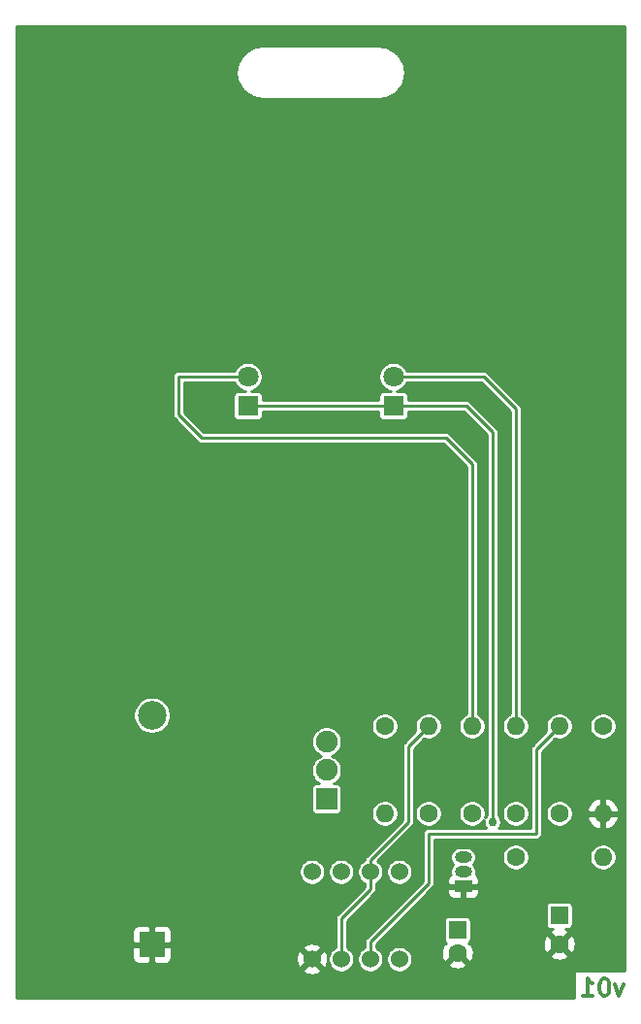
<source format=gbl>
%TF.GenerationSoftware,KiCad,Pcbnew,(5.1.10)-1*%
%TF.CreationDate,2021-09-09T13:48:16-04:00*%
%TF.ProjectId,555_Badge,3535355f-4261-4646-9765-2e6b69636164,v01*%
%TF.SameCoordinates,Original*%
%TF.FileFunction,Copper,L2,Bot*%
%TF.FilePolarity,Positive*%
%FSLAX46Y46*%
G04 Gerber Fmt 4.6, Leading zero omitted, Abs format (unit mm)*
G04 Created by KiCad (PCBNEW (5.1.10)-1) date 2021-09-09 13:48:16*
%MOMM*%
%LPD*%
G01*
G04 APERTURE LIST*
%TA.AperFunction,NonConductor*%
%ADD10C,0.300000*%
%TD*%
%TA.AperFunction,ComponentPad*%
%ADD11C,1.524000*%
%TD*%
%TA.AperFunction,ComponentPad*%
%ADD12R,2.170000X2.170000*%
%TD*%
%TA.AperFunction,ComponentPad*%
%ADD13C,2.500000*%
%TD*%
%TA.AperFunction,ComponentPad*%
%ADD14R,1.600000X1.600000*%
%TD*%
%TA.AperFunction,ComponentPad*%
%ADD15C,1.600000*%
%TD*%
%TA.AperFunction,ComponentPad*%
%ADD16R,1.800000X1.800000*%
%TD*%
%TA.AperFunction,ComponentPad*%
%ADD17C,1.800000*%
%TD*%
%TA.AperFunction,ComponentPad*%
%ADD18O,1.500000X1.000000*%
%TD*%
%TA.AperFunction,ComponentPad*%
%ADD19R,1.500000X1.000000*%
%TD*%
%TA.AperFunction,ComponentPad*%
%ADD20O,1.600000X1.600000*%
%TD*%
%TA.AperFunction,ComponentPad*%
%ADD21R,1.900000X1.900000*%
%TD*%
%TA.AperFunction,ComponentPad*%
%ADD22C,1.900000*%
%TD*%
%TA.AperFunction,ViaPad*%
%ADD23C,0.762000*%
%TD*%
%TA.AperFunction,Conductor*%
%ADD24C,0.254000*%
%TD*%
%TA.AperFunction,Conductor*%
%ADD25C,0.100000*%
%TD*%
G04 APERTURE END LIST*
D10*
X180347714Y-125408571D02*
X179990571Y-126408571D01*
X179633428Y-125408571D01*
X178776285Y-124908571D02*
X178633428Y-124908571D01*
X178490571Y-124980000D01*
X178419142Y-125051428D01*
X178347714Y-125194285D01*
X178276285Y-125480000D01*
X178276285Y-125837142D01*
X178347714Y-126122857D01*
X178419142Y-126265714D01*
X178490571Y-126337142D01*
X178633428Y-126408571D01*
X178776285Y-126408571D01*
X178919142Y-126337142D01*
X178990571Y-126265714D01*
X179062000Y-126122857D01*
X179133428Y-125837142D01*
X179133428Y-125480000D01*
X179062000Y-125194285D01*
X178990571Y-125051428D01*
X178919142Y-124980000D01*
X178776285Y-124908571D01*
X176847714Y-126408571D02*
X177704857Y-126408571D01*
X177276285Y-126408571D02*
X177276285Y-124908571D01*
X177419142Y-125122857D01*
X177562000Y-125265714D01*
X177704857Y-125337142D01*
D11*
%TO.P,U1,1*%
%TO.N,GND*%
X153162000Y-123190000D03*
%TO.P,U1,2*%
%TO.N,Net-(C1-Pad1)*%
X155702000Y-123190000D03*
%TO.P,U1,3*%
%TO.N,Net-(R3-Pad2)*%
X158242000Y-123190000D03*
%TO.P,U1,4*%
%TO.N,VCC*%
X160782000Y-123190000D03*
%TO.P,U1,5*%
%TO.N,Net-(U1-Pad5)*%
X160782000Y-115570000D03*
%TO.P,U1,6*%
%TO.N,Net-(C1-Pad1)*%
X158242000Y-115570000D03*
%TO.P,U1,7*%
%TO.N,Net-(R1-Pad2)*%
X155702000Y-115570000D03*
%TO.P,U1,8*%
%TO.N,VCC*%
X153162000Y-115570000D03*
%TD*%
D12*
%TO.P,BAT1,Neg*%
%TO.N,GND*%
X139192000Y-121920000D03*
D13*
%TO.P,BAT1,Pos*%
%TO.N,Net-(BAT1-PadPos)*%
X139192000Y-101920000D03*
%TD*%
D14*
%TO.P,C1,1*%
%TO.N,Net-(C1-Pad1)*%
X165862000Y-120650000D03*
D15*
%TO.P,C1,2*%
%TO.N,GND*%
X165862000Y-122650000D03*
%TD*%
D14*
%TO.P,C2,1*%
%TO.N,Net-(C2-Pad1)*%
X174752000Y-119380000D03*
D15*
%TO.P,C2,2*%
%TO.N,GND*%
X174752000Y-121880000D03*
%TD*%
D16*
%TO.P,D1,1*%
%TO.N,Net-(D1-Pad1)*%
X147574000Y-74930000D03*
D17*
%TO.P,D1,2*%
%TO.N,Net-(D1-Pad2)*%
X147574000Y-72390000D03*
%TD*%
%TO.P,D2,2*%
%TO.N,Net-(D2-Pad2)*%
X160274000Y-72390000D03*
D16*
%TO.P,D2,1*%
%TO.N,Net-(D1-Pad1)*%
X160274000Y-74930000D03*
%TD*%
D18*
%TO.P,Q1,2*%
%TO.N,Net-(Q1-Pad2)*%
X166370000Y-115570000D03*
%TO.P,Q1,3*%
%TO.N,Net-(D1-Pad1)*%
X166370000Y-114300000D03*
D19*
%TO.P,Q1,1*%
%TO.N,GND*%
X166370000Y-116840000D03*
%TD*%
D15*
%TO.P,R1,1*%
%TO.N,VCC*%
X159512000Y-102870000D03*
D20*
%TO.P,R1,2*%
%TO.N,Net-(R1-Pad2)*%
X159512000Y-110490000D03*
%TD*%
%TO.P,R2,2*%
%TO.N,Net-(C1-Pad1)*%
X163322000Y-102870000D03*
D15*
%TO.P,R2,1*%
%TO.N,Net-(R1-Pad2)*%
X163322000Y-110490000D03*
%TD*%
%TO.P,R3,1*%
%TO.N,Net-(C2-Pad1)*%
X174752000Y-110490000D03*
D20*
%TO.P,R3,2*%
%TO.N,Net-(R3-Pad2)*%
X174752000Y-102870000D03*
%TD*%
D15*
%TO.P,R4,1*%
%TO.N,Net-(C2-Pad1)*%
X178562000Y-102870000D03*
D20*
%TO.P,R4,2*%
%TO.N,GND*%
X178562000Y-110490000D03*
%TD*%
%TO.P,R5,2*%
%TO.N,Net-(C2-Pad1)*%
X178562000Y-114300000D03*
D15*
%TO.P,R5,1*%
%TO.N,Net-(Q1-Pad2)*%
X170942000Y-114300000D03*
%TD*%
%TO.P,R6,1*%
%TO.N,VCC*%
X167132000Y-110490000D03*
D20*
%TO.P,R6,2*%
%TO.N,Net-(D1-Pad2)*%
X167132000Y-102870000D03*
%TD*%
%TO.P,R7,2*%
%TO.N,Net-(D2-Pad2)*%
X170942000Y-102870000D03*
D15*
%TO.P,R7,1*%
%TO.N,VCC*%
X170942000Y-110490000D03*
%TD*%
D21*
%TO.P,S1,1*%
%TO.N,Net-(S1-Pad1)*%
X154432000Y-109220000D03*
D22*
%TO.P,S1,2*%
%TO.N,VCC*%
X154432000Y-106720000D03*
%TO.P,S1,3*%
%TO.N,Net-(BAT1-PadPos)*%
X154432000Y-104220000D03*
%TD*%
D23*
%TO.N,Net-(D1-Pad1)*%
X168910000Y-111252000D03*
%TD*%
D24*
%TO.N,Net-(C1-Pad1)*%
X161544000Y-104648000D02*
X163322000Y-102870000D01*
X161544000Y-111252000D02*
X161544000Y-104648000D01*
X158242000Y-114554000D02*
X161544000Y-111252000D01*
X158242000Y-115570000D02*
X158242000Y-114554000D01*
X155702000Y-123190000D02*
X155702000Y-122174000D01*
X155702000Y-122174000D02*
X155702000Y-121920000D01*
X155702000Y-119634000D02*
X158242000Y-117094000D01*
X155702000Y-122174000D02*
X155702000Y-119634000D01*
X158242000Y-117094000D02*
X158242000Y-115570000D01*
%TO.N,Net-(D1-Pad1)*%
X147574000Y-74930000D02*
X160274000Y-74930000D01*
X166624000Y-74930000D02*
X160274000Y-74930000D01*
X168910000Y-77216000D02*
X166624000Y-74930000D01*
X168910000Y-111252000D02*
X168910000Y-77216000D01*
%TO.N,Net-(D1-Pad2)*%
X141478000Y-72390000D02*
X147574000Y-72390000D01*
X141478000Y-75692000D02*
X141478000Y-72390000D01*
X143510000Y-77724000D02*
X141478000Y-75692000D01*
X164846000Y-77724000D02*
X143510000Y-77724000D01*
X167132000Y-80010000D02*
X164846000Y-77724000D01*
X167132000Y-102870000D02*
X167132000Y-80010000D01*
%TO.N,Net-(D2-Pad2)*%
X168148000Y-72390000D02*
X160274000Y-72390000D01*
X170942000Y-75184000D02*
X168148000Y-72390000D01*
X170942000Y-102870000D02*
X170942000Y-75184000D01*
%TO.N,Net-(R3-Pad2)*%
X172720000Y-104902000D02*
X174752000Y-102870000D01*
X163322000Y-112268000D02*
X172720000Y-112268000D01*
X172720000Y-112268000D02*
X172720000Y-104902000D01*
X163322000Y-116586000D02*
X163322000Y-112268000D01*
X158242000Y-121666000D02*
X163322000Y-116586000D01*
X158242000Y-123190000D02*
X158242000Y-121666000D01*
%TD*%
%TO.N,GND*%
X180454301Y-124194000D02*
X176031000Y-124194000D01*
X176031000Y-126606300D01*
X127393700Y-126606300D01*
X127393700Y-124155565D01*
X152376040Y-124155565D01*
X152443020Y-124395656D01*
X152692048Y-124512756D01*
X152959135Y-124579023D01*
X153234017Y-124591910D01*
X153506133Y-124550922D01*
X153765023Y-124457636D01*
X153880980Y-124395656D01*
X153947960Y-124155565D01*
X153162000Y-123369605D01*
X152376040Y-124155565D01*
X127393700Y-124155565D01*
X127393700Y-123005000D01*
X137468928Y-123005000D01*
X137481188Y-123129482D01*
X137517498Y-123249180D01*
X137576463Y-123359494D01*
X137655815Y-123456185D01*
X137752506Y-123535537D01*
X137862820Y-123594502D01*
X137982518Y-123630812D01*
X138107000Y-123643072D01*
X138906250Y-123640000D01*
X139065000Y-123481250D01*
X139065000Y-122047000D01*
X139319000Y-122047000D01*
X139319000Y-123481250D01*
X139477750Y-123640000D01*
X140277000Y-123643072D01*
X140401482Y-123630812D01*
X140521180Y-123594502D01*
X140631494Y-123535537D01*
X140728185Y-123456185D01*
X140807537Y-123359494D01*
X140859640Y-123262017D01*
X151760090Y-123262017D01*
X151801078Y-123534133D01*
X151894364Y-123793023D01*
X151956344Y-123908980D01*
X152196435Y-123975960D01*
X152982395Y-123190000D01*
X153341605Y-123190000D01*
X154127565Y-123975960D01*
X154367656Y-123908980D01*
X154484756Y-123659952D01*
X154551023Y-123392865D01*
X154559000Y-123222714D01*
X154559000Y-123302576D01*
X154602925Y-123523401D01*
X154689087Y-123731413D01*
X154814174Y-123918620D01*
X154973380Y-124077826D01*
X155160587Y-124202913D01*
X155368599Y-124289075D01*
X155589424Y-124333000D01*
X155814576Y-124333000D01*
X156035401Y-124289075D01*
X156243413Y-124202913D01*
X156430620Y-124077826D01*
X156589826Y-123918620D01*
X156714913Y-123731413D01*
X156801075Y-123523401D01*
X156845000Y-123302576D01*
X156845000Y-123077424D01*
X156801075Y-122856599D01*
X156714913Y-122648587D01*
X156589826Y-122461380D01*
X156430620Y-122302174D01*
X156243413Y-122177087D01*
X156210000Y-122163247D01*
X156210000Y-119844420D01*
X158583571Y-117470850D01*
X158602948Y-117454948D01*
X158621624Y-117432190D01*
X158666429Y-117377596D01*
X158713600Y-117289345D01*
X158713601Y-117289342D01*
X158742649Y-117193585D01*
X158750000Y-117118947D01*
X158750000Y-117118945D01*
X158752457Y-117094001D01*
X158750000Y-117069057D01*
X158750000Y-116596753D01*
X158783413Y-116582913D01*
X158970620Y-116457826D01*
X159129826Y-116298620D01*
X159254913Y-116111413D01*
X159341075Y-115903401D01*
X159385000Y-115682576D01*
X159385000Y-115457424D01*
X159639000Y-115457424D01*
X159639000Y-115682576D01*
X159682925Y-115903401D01*
X159769087Y-116111413D01*
X159894174Y-116298620D01*
X160053380Y-116457826D01*
X160240587Y-116582913D01*
X160448599Y-116669075D01*
X160669424Y-116713000D01*
X160894576Y-116713000D01*
X161115401Y-116669075D01*
X161323413Y-116582913D01*
X161510620Y-116457826D01*
X161669826Y-116298620D01*
X161794913Y-116111413D01*
X161881075Y-115903401D01*
X161925000Y-115682576D01*
X161925000Y-115457424D01*
X161881075Y-115236599D01*
X161794913Y-115028587D01*
X161669826Y-114841380D01*
X161510620Y-114682174D01*
X161323413Y-114557087D01*
X161115401Y-114470925D01*
X160894576Y-114427000D01*
X160669424Y-114427000D01*
X160448599Y-114470925D01*
X160240587Y-114557087D01*
X160053380Y-114682174D01*
X159894174Y-114841380D01*
X159769087Y-115028587D01*
X159682925Y-115236599D01*
X159639000Y-115457424D01*
X159385000Y-115457424D01*
X159341075Y-115236599D01*
X159254913Y-115028587D01*
X159129826Y-114841380D01*
X158970620Y-114682174D01*
X158887671Y-114626749D01*
X161885571Y-111628850D01*
X161904948Y-111612948D01*
X161923624Y-111590190D01*
X161968429Y-111535596D01*
X162015600Y-111447345D01*
X162027735Y-111407342D01*
X162044649Y-111351585D01*
X162052000Y-111276947D01*
X162052000Y-111276945D01*
X162054457Y-111252001D01*
X162052000Y-111227057D01*
X162052000Y-110373682D01*
X162141000Y-110373682D01*
X162141000Y-110606318D01*
X162186386Y-110834485D01*
X162275412Y-111049413D01*
X162404658Y-111242843D01*
X162569157Y-111407342D01*
X162762587Y-111536588D01*
X162977515Y-111625614D01*
X163205682Y-111671000D01*
X163438318Y-111671000D01*
X163666485Y-111625614D01*
X163881413Y-111536588D01*
X164074843Y-111407342D01*
X164239342Y-111242843D01*
X164368588Y-111049413D01*
X164457614Y-110834485D01*
X164503000Y-110606318D01*
X164503000Y-110373682D01*
X164457614Y-110145515D01*
X164368588Y-109930587D01*
X164239342Y-109737157D01*
X164074843Y-109572658D01*
X163881413Y-109443412D01*
X163666485Y-109354386D01*
X163438318Y-109309000D01*
X163205682Y-109309000D01*
X162977515Y-109354386D01*
X162762587Y-109443412D01*
X162569157Y-109572658D01*
X162404658Y-109737157D01*
X162275412Y-109930587D01*
X162186386Y-110145515D01*
X162141000Y-110373682D01*
X162052000Y-110373682D01*
X162052000Y-104858420D01*
X162926102Y-103984318D01*
X162977515Y-104005614D01*
X163205682Y-104051000D01*
X163438318Y-104051000D01*
X163666485Y-104005614D01*
X163881413Y-103916588D01*
X164074843Y-103787342D01*
X164239342Y-103622843D01*
X164368588Y-103429413D01*
X164457614Y-103214485D01*
X164503000Y-102986318D01*
X164503000Y-102753682D01*
X164457614Y-102525515D01*
X164368588Y-102310587D01*
X164239342Y-102117157D01*
X164074843Y-101952658D01*
X163881413Y-101823412D01*
X163666485Y-101734386D01*
X163438318Y-101689000D01*
X163205682Y-101689000D01*
X162977515Y-101734386D01*
X162762587Y-101823412D01*
X162569157Y-101952658D01*
X162404658Y-102117157D01*
X162275412Y-102310587D01*
X162186386Y-102525515D01*
X162141000Y-102753682D01*
X162141000Y-102986318D01*
X162186386Y-103214485D01*
X162207682Y-103265898D01*
X161202430Y-104271150D01*
X161183053Y-104287052D01*
X161167151Y-104306429D01*
X161167150Y-104306430D01*
X161119571Y-104364405D01*
X161072400Y-104452657D01*
X161043352Y-104548416D01*
X161033543Y-104648000D01*
X161036001Y-104672954D01*
X161036000Y-111041579D01*
X157900430Y-114177150D01*
X157881053Y-114193052D01*
X157865151Y-114212429D01*
X157865150Y-114212430D01*
X157817571Y-114270405D01*
X157770400Y-114358657D01*
X157749669Y-114427000D01*
X157741352Y-114454416D01*
X157732543Y-114543850D01*
X157700587Y-114557087D01*
X157513380Y-114682174D01*
X157354174Y-114841380D01*
X157229087Y-115028587D01*
X157142925Y-115236599D01*
X157099000Y-115457424D01*
X157099000Y-115682576D01*
X157142925Y-115903401D01*
X157229087Y-116111413D01*
X157354174Y-116298620D01*
X157513380Y-116457826D01*
X157700587Y-116582913D01*
X157734000Y-116596753D01*
X157734000Y-116883579D01*
X155360430Y-119257150D01*
X155341053Y-119273052D01*
X155325151Y-119292429D01*
X155325150Y-119292430D01*
X155277571Y-119350405D01*
X155230400Y-119438657D01*
X155202183Y-119531678D01*
X155201352Y-119534416D01*
X155191543Y-119634000D01*
X155194001Y-119658954D01*
X155194000Y-121895052D01*
X155194000Y-122163247D01*
X155160587Y-122177087D01*
X154973380Y-122302174D01*
X154814174Y-122461380D01*
X154689087Y-122648587D01*
X154602925Y-122856599D01*
X154559000Y-123077424D01*
X154559000Y-123085386D01*
X154522922Y-122845867D01*
X154429636Y-122586977D01*
X154367656Y-122471020D01*
X154127565Y-122404040D01*
X153341605Y-123190000D01*
X152982395Y-123190000D01*
X152196435Y-122404040D01*
X151956344Y-122471020D01*
X151839244Y-122720048D01*
X151772977Y-122987135D01*
X151760090Y-123262017D01*
X140859640Y-123262017D01*
X140866502Y-123249180D01*
X140902812Y-123129482D01*
X140915072Y-123005000D01*
X140912072Y-122224435D01*
X152376040Y-122224435D01*
X153162000Y-123010395D01*
X153947960Y-122224435D01*
X153880980Y-121984344D01*
X153631952Y-121867244D01*
X153364865Y-121800977D01*
X153089983Y-121788090D01*
X152817867Y-121829078D01*
X152558977Y-121922364D01*
X152443020Y-121984344D01*
X152376040Y-122224435D01*
X140912072Y-122224435D01*
X140912000Y-122205750D01*
X140753250Y-122047000D01*
X139319000Y-122047000D01*
X139065000Y-122047000D01*
X137630750Y-122047000D01*
X137472000Y-122205750D01*
X137468928Y-123005000D01*
X127393700Y-123005000D01*
X127393700Y-120835000D01*
X137468928Y-120835000D01*
X137472000Y-121634250D01*
X137630750Y-121793000D01*
X139065000Y-121793000D01*
X139065000Y-120358750D01*
X139319000Y-120358750D01*
X139319000Y-121793000D01*
X140753250Y-121793000D01*
X140912000Y-121634250D01*
X140915072Y-120835000D01*
X140902812Y-120710518D01*
X140866502Y-120590820D01*
X140807537Y-120480506D01*
X140728185Y-120383815D01*
X140631494Y-120304463D01*
X140521180Y-120245498D01*
X140401482Y-120209188D01*
X140277000Y-120196928D01*
X139477750Y-120200000D01*
X139319000Y-120358750D01*
X139065000Y-120358750D01*
X138906250Y-120200000D01*
X138107000Y-120196928D01*
X137982518Y-120209188D01*
X137862820Y-120245498D01*
X137752506Y-120304463D01*
X137655815Y-120383815D01*
X137576463Y-120480506D01*
X137517498Y-120590820D01*
X137481188Y-120710518D01*
X137468928Y-120835000D01*
X127393700Y-120835000D01*
X127393700Y-115457424D01*
X152019000Y-115457424D01*
X152019000Y-115682576D01*
X152062925Y-115903401D01*
X152149087Y-116111413D01*
X152274174Y-116298620D01*
X152433380Y-116457826D01*
X152620587Y-116582913D01*
X152828599Y-116669075D01*
X153049424Y-116713000D01*
X153274576Y-116713000D01*
X153495401Y-116669075D01*
X153703413Y-116582913D01*
X153890620Y-116457826D01*
X154049826Y-116298620D01*
X154174913Y-116111413D01*
X154261075Y-115903401D01*
X154305000Y-115682576D01*
X154305000Y-115457424D01*
X154559000Y-115457424D01*
X154559000Y-115682576D01*
X154602925Y-115903401D01*
X154689087Y-116111413D01*
X154814174Y-116298620D01*
X154973380Y-116457826D01*
X155160587Y-116582913D01*
X155368599Y-116669075D01*
X155589424Y-116713000D01*
X155814576Y-116713000D01*
X156035401Y-116669075D01*
X156243413Y-116582913D01*
X156430620Y-116457826D01*
X156589826Y-116298620D01*
X156714913Y-116111413D01*
X156801075Y-115903401D01*
X156845000Y-115682576D01*
X156845000Y-115457424D01*
X156801075Y-115236599D01*
X156714913Y-115028587D01*
X156589826Y-114841380D01*
X156430620Y-114682174D01*
X156243413Y-114557087D01*
X156035401Y-114470925D01*
X155814576Y-114427000D01*
X155589424Y-114427000D01*
X155368599Y-114470925D01*
X155160587Y-114557087D01*
X154973380Y-114682174D01*
X154814174Y-114841380D01*
X154689087Y-115028587D01*
X154602925Y-115236599D01*
X154559000Y-115457424D01*
X154305000Y-115457424D01*
X154261075Y-115236599D01*
X154174913Y-115028587D01*
X154049826Y-114841380D01*
X153890620Y-114682174D01*
X153703413Y-114557087D01*
X153495401Y-114470925D01*
X153274576Y-114427000D01*
X153049424Y-114427000D01*
X152828599Y-114470925D01*
X152620587Y-114557087D01*
X152433380Y-114682174D01*
X152274174Y-114841380D01*
X152149087Y-115028587D01*
X152062925Y-115236599D01*
X152019000Y-115457424D01*
X127393700Y-115457424D01*
X127393700Y-108270000D01*
X153099157Y-108270000D01*
X153099157Y-110170000D01*
X153106513Y-110244689D01*
X153128299Y-110316508D01*
X153163678Y-110382696D01*
X153211289Y-110440711D01*
X153269304Y-110488322D01*
X153335492Y-110523701D01*
X153407311Y-110545487D01*
X153482000Y-110552843D01*
X155382000Y-110552843D01*
X155456689Y-110545487D01*
X155528508Y-110523701D01*
X155594696Y-110488322D01*
X155652711Y-110440711D01*
X155700322Y-110382696D01*
X155705140Y-110373682D01*
X158331000Y-110373682D01*
X158331000Y-110606318D01*
X158376386Y-110834485D01*
X158465412Y-111049413D01*
X158594658Y-111242843D01*
X158759157Y-111407342D01*
X158952587Y-111536588D01*
X159167515Y-111625614D01*
X159395682Y-111671000D01*
X159628318Y-111671000D01*
X159856485Y-111625614D01*
X160071413Y-111536588D01*
X160264843Y-111407342D01*
X160429342Y-111242843D01*
X160558588Y-111049413D01*
X160647614Y-110834485D01*
X160693000Y-110606318D01*
X160693000Y-110373682D01*
X160647614Y-110145515D01*
X160558588Y-109930587D01*
X160429342Y-109737157D01*
X160264843Y-109572658D01*
X160071413Y-109443412D01*
X159856485Y-109354386D01*
X159628318Y-109309000D01*
X159395682Y-109309000D01*
X159167515Y-109354386D01*
X158952587Y-109443412D01*
X158759157Y-109572658D01*
X158594658Y-109737157D01*
X158465412Y-109930587D01*
X158376386Y-110145515D01*
X158331000Y-110373682D01*
X155705140Y-110373682D01*
X155735701Y-110316508D01*
X155757487Y-110244689D01*
X155764843Y-110170000D01*
X155764843Y-108270000D01*
X155757487Y-108195311D01*
X155735701Y-108123492D01*
X155700322Y-108057304D01*
X155652711Y-107999289D01*
X155594696Y-107951678D01*
X155528508Y-107916299D01*
X155456689Y-107894513D01*
X155382000Y-107887157D01*
X155080963Y-107887157D01*
X155280463Y-107753855D01*
X155465855Y-107568463D01*
X155611517Y-107350465D01*
X155711850Y-107108238D01*
X155763000Y-106851092D01*
X155763000Y-106588908D01*
X155711850Y-106331762D01*
X155611517Y-106089535D01*
X155465855Y-105871537D01*
X155280463Y-105686145D01*
X155062465Y-105540483D01*
X154892303Y-105470000D01*
X155062465Y-105399517D01*
X155280463Y-105253855D01*
X155465855Y-105068463D01*
X155611517Y-104850465D01*
X155711850Y-104608238D01*
X155763000Y-104351092D01*
X155763000Y-104088908D01*
X155711850Y-103831762D01*
X155611517Y-103589535D01*
X155465855Y-103371537D01*
X155280463Y-103186145D01*
X155062465Y-103040483D01*
X154820238Y-102940150D01*
X154563092Y-102889000D01*
X154300908Y-102889000D01*
X154043762Y-102940150D01*
X153801535Y-103040483D01*
X153583537Y-103186145D01*
X153398145Y-103371537D01*
X153252483Y-103589535D01*
X153152150Y-103831762D01*
X153101000Y-104088908D01*
X153101000Y-104351092D01*
X153152150Y-104608238D01*
X153252483Y-104850465D01*
X153398145Y-105068463D01*
X153583537Y-105253855D01*
X153801535Y-105399517D01*
X153971697Y-105470000D01*
X153801535Y-105540483D01*
X153583537Y-105686145D01*
X153398145Y-105871537D01*
X153252483Y-106089535D01*
X153152150Y-106331762D01*
X153101000Y-106588908D01*
X153101000Y-106851092D01*
X153152150Y-107108238D01*
X153252483Y-107350465D01*
X153398145Y-107568463D01*
X153583537Y-107753855D01*
X153783037Y-107887157D01*
X153482000Y-107887157D01*
X153407311Y-107894513D01*
X153335492Y-107916299D01*
X153269304Y-107951678D01*
X153211289Y-107999289D01*
X153163678Y-108057304D01*
X153128299Y-108123492D01*
X153106513Y-108195311D01*
X153099157Y-108270000D01*
X127393700Y-108270000D01*
X127393700Y-101759360D01*
X137561000Y-101759360D01*
X137561000Y-102080640D01*
X137623678Y-102395745D01*
X137746626Y-102692568D01*
X137925119Y-102959702D01*
X138152298Y-103186881D01*
X138419432Y-103365374D01*
X138716255Y-103488322D01*
X139031360Y-103551000D01*
X139352640Y-103551000D01*
X139667745Y-103488322D01*
X139964568Y-103365374D01*
X140231702Y-103186881D01*
X140458881Y-102959702D01*
X140596538Y-102753682D01*
X158331000Y-102753682D01*
X158331000Y-102986318D01*
X158376386Y-103214485D01*
X158465412Y-103429413D01*
X158594658Y-103622843D01*
X158759157Y-103787342D01*
X158952587Y-103916588D01*
X159167515Y-104005614D01*
X159395682Y-104051000D01*
X159628318Y-104051000D01*
X159856485Y-104005614D01*
X160071413Y-103916588D01*
X160264843Y-103787342D01*
X160429342Y-103622843D01*
X160558588Y-103429413D01*
X160647614Y-103214485D01*
X160693000Y-102986318D01*
X160693000Y-102753682D01*
X160647614Y-102525515D01*
X160558588Y-102310587D01*
X160429342Y-102117157D01*
X160264843Y-101952658D01*
X160071413Y-101823412D01*
X159856485Y-101734386D01*
X159628318Y-101689000D01*
X159395682Y-101689000D01*
X159167515Y-101734386D01*
X158952587Y-101823412D01*
X158759157Y-101952658D01*
X158594658Y-102117157D01*
X158465412Y-102310587D01*
X158376386Y-102525515D01*
X158331000Y-102753682D01*
X140596538Y-102753682D01*
X140637374Y-102692568D01*
X140760322Y-102395745D01*
X140823000Y-102080640D01*
X140823000Y-101759360D01*
X140760322Y-101444255D01*
X140637374Y-101147432D01*
X140458881Y-100880298D01*
X140231702Y-100653119D01*
X139964568Y-100474626D01*
X139667745Y-100351678D01*
X139352640Y-100289000D01*
X139031360Y-100289000D01*
X138716255Y-100351678D01*
X138419432Y-100474626D01*
X138152298Y-100653119D01*
X137925119Y-100880298D01*
X137746626Y-101147432D01*
X137623678Y-101444255D01*
X137561000Y-101759360D01*
X127393700Y-101759360D01*
X127393700Y-72390000D01*
X140967543Y-72390000D01*
X140970001Y-72414957D01*
X140970000Y-75667056D01*
X140967543Y-75692000D01*
X140970000Y-75716944D01*
X140970000Y-75716946D01*
X140977351Y-75791584D01*
X141006399Y-75887342D01*
X141053571Y-75975595D01*
X141117052Y-76052948D01*
X141136435Y-76068855D01*
X143133149Y-78065570D01*
X143149052Y-78084948D01*
X143168429Y-78100850D01*
X143226404Y-78148429D01*
X143273576Y-78173643D01*
X143314657Y-78195601D01*
X143410415Y-78224649D01*
X143485053Y-78232000D01*
X143485056Y-78232000D01*
X143510000Y-78234457D01*
X143534944Y-78232000D01*
X164635580Y-78232000D01*
X166624001Y-80220422D01*
X166624000Y-101802116D01*
X166572587Y-101823412D01*
X166379157Y-101952658D01*
X166214658Y-102117157D01*
X166085412Y-102310587D01*
X165996386Y-102525515D01*
X165951000Y-102753682D01*
X165951000Y-102986318D01*
X165996386Y-103214485D01*
X166085412Y-103429413D01*
X166214658Y-103622843D01*
X166379157Y-103787342D01*
X166572587Y-103916588D01*
X166787515Y-104005614D01*
X167015682Y-104051000D01*
X167248318Y-104051000D01*
X167476485Y-104005614D01*
X167691413Y-103916588D01*
X167884843Y-103787342D01*
X168049342Y-103622843D01*
X168178588Y-103429413D01*
X168267614Y-103214485D01*
X168313000Y-102986318D01*
X168313000Y-102753682D01*
X168267614Y-102525515D01*
X168178588Y-102310587D01*
X168049342Y-102117157D01*
X167884843Y-101952658D01*
X167691413Y-101823412D01*
X167640000Y-101802116D01*
X167640000Y-80034943D01*
X167642457Y-80009999D01*
X167640000Y-79985053D01*
X167632649Y-79910415D01*
X167603601Y-79814657D01*
X167603600Y-79814655D01*
X167556429Y-79726404D01*
X167508850Y-79668429D01*
X167492948Y-79649052D01*
X167473571Y-79633150D01*
X165222855Y-77382435D01*
X165206948Y-77363052D01*
X165129595Y-77299571D01*
X165041343Y-77252399D01*
X164945585Y-77223351D01*
X164870947Y-77216000D01*
X164870944Y-77216000D01*
X164846000Y-77213543D01*
X164821056Y-77216000D01*
X143720421Y-77216000D01*
X141986000Y-75481580D01*
X141986000Y-72898000D01*
X146397876Y-72898000D01*
X146438793Y-72996781D01*
X146578982Y-73206590D01*
X146757410Y-73385018D01*
X146967219Y-73525207D01*
X147200346Y-73621772D01*
X147327966Y-73647157D01*
X146674000Y-73647157D01*
X146599311Y-73654513D01*
X146527492Y-73676299D01*
X146461304Y-73711678D01*
X146403289Y-73759289D01*
X146355678Y-73817304D01*
X146320299Y-73883492D01*
X146298513Y-73955311D01*
X146291157Y-74030000D01*
X146291157Y-75830000D01*
X146298513Y-75904689D01*
X146320299Y-75976508D01*
X146355678Y-76042696D01*
X146403289Y-76100711D01*
X146461304Y-76148322D01*
X146527492Y-76183701D01*
X146599311Y-76205487D01*
X146674000Y-76212843D01*
X148474000Y-76212843D01*
X148548689Y-76205487D01*
X148620508Y-76183701D01*
X148686696Y-76148322D01*
X148744711Y-76100711D01*
X148792322Y-76042696D01*
X148827701Y-75976508D01*
X148849487Y-75904689D01*
X148856843Y-75830000D01*
X148856843Y-75438000D01*
X158991157Y-75438000D01*
X158991157Y-75830000D01*
X158998513Y-75904689D01*
X159020299Y-75976508D01*
X159055678Y-76042696D01*
X159103289Y-76100711D01*
X159161304Y-76148322D01*
X159227492Y-76183701D01*
X159299311Y-76205487D01*
X159374000Y-76212843D01*
X161174000Y-76212843D01*
X161248689Y-76205487D01*
X161320508Y-76183701D01*
X161386696Y-76148322D01*
X161444711Y-76100711D01*
X161492322Y-76042696D01*
X161527701Y-75976508D01*
X161549487Y-75904689D01*
X161556843Y-75830000D01*
X161556843Y-75438000D01*
X166413580Y-75438000D01*
X168402001Y-77426422D01*
X168402000Y-110682369D01*
X168318116Y-110766253D01*
X168259604Y-110853822D01*
X168267614Y-110834485D01*
X168313000Y-110606318D01*
X168313000Y-110373682D01*
X168267614Y-110145515D01*
X168178588Y-109930587D01*
X168049342Y-109737157D01*
X167884843Y-109572658D01*
X167691413Y-109443412D01*
X167476485Y-109354386D01*
X167248318Y-109309000D01*
X167015682Y-109309000D01*
X166787515Y-109354386D01*
X166572587Y-109443412D01*
X166379157Y-109572658D01*
X166214658Y-109737157D01*
X166085412Y-109930587D01*
X165996386Y-110145515D01*
X165951000Y-110373682D01*
X165951000Y-110606318D01*
X165996386Y-110834485D01*
X166085412Y-111049413D01*
X166214658Y-111242843D01*
X166379157Y-111407342D01*
X166572587Y-111536588D01*
X166787515Y-111625614D01*
X167015682Y-111671000D01*
X167248318Y-111671000D01*
X167476485Y-111625614D01*
X167691413Y-111536588D01*
X167884843Y-111407342D01*
X168049342Y-111242843D01*
X168171156Y-111060536D01*
X168148000Y-111176950D01*
X168148000Y-111327050D01*
X168177283Y-111474267D01*
X168234724Y-111612942D01*
X168318116Y-111737747D01*
X168340369Y-111760000D01*
X163346947Y-111760000D01*
X163322000Y-111757543D01*
X163297053Y-111760000D01*
X163222415Y-111767351D01*
X163126657Y-111796399D01*
X163038405Y-111843571D01*
X162961052Y-111907052D01*
X162897571Y-111984405D01*
X162850399Y-112072657D01*
X162821351Y-112168415D01*
X162811543Y-112268000D01*
X162814001Y-112292957D01*
X162814000Y-116375580D01*
X157900430Y-121289150D01*
X157881053Y-121305052D01*
X157865151Y-121324429D01*
X157865150Y-121324430D01*
X157817571Y-121382405D01*
X157782297Y-121448399D01*
X157770400Y-121470657D01*
X157754010Y-121524689D01*
X157741352Y-121566416D01*
X157731543Y-121666000D01*
X157734001Y-121690954D01*
X157734001Y-122163247D01*
X157700587Y-122177087D01*
X157513380Y-122302174D01*
X157354174Y-122461380D01*
X157229087Y-122648587D01*
X157142925Y-122856599D01*
X157099000Y-123077424D01*
X157099000Y-123302576D01*
X157142925Y-123523401D01*
X157229087Y-123731413D01*
X157354174Y-123918620D01*
X157513380Y-124077826D01*
X157700587Y-124202913D01*
X157908599Y-124289075D01*
X158129424Y-124333000D01*
X158354576Y-124333000D01*
X158575401Y-124289075D01*
X158783413Y-124202913D01*
X158970620Y-124077826D01*
X159129826Y-123918620D01*
X159254913Y-123731413D01*
X159341075Y-123523401D01*
X159385000Y-123302576D01*
X159385000Y-123077424D01*
X159639000Y-123077424D01*
X159639000Y-123302576D01*
X159682925Y-123523401D01*
X159769087Y-123731413D01*
X159894174Y-123918620D01*
X160053380Y-124077826D01*
X160240587Y-124202913D01*
X160448599Y-124289075D01*
X160669424Y-124333000D01*
X160894576Y-124333000D01*
X161115401Y-124289075D01*
X161323413Y-124202913D01*
X161510620Y-124077826D01*
X161669826Y-123918620D01*
X161794913Y-123731413D01*
X161831658Y-123642702D01*
X165048903Y-123642702D01*
X165120486Y-123886671D01*
X165375996Y-124007571D01*
X165650184Y-124076300D01*
X165932512Y-124090217D01*
X166212130Y-124048787D01*
X166478292Y-123953603D01*
X166603514Y-123886671D01*
X166675097Y-123642702D01*
X165862000Y-122829605D01*
X165048903Y-123642702D01*
X161831658Y-123642702D01*
X161881075Y-123523401D01*
X161925000Y-123302576D01*
X161925000Y-123077424D01*
X161881075Y-122856599D01*
X161824706Y-122720512D01*
X164421783Y-122720512D01*
X164463213Y-123000130D01*
X164558397Y-123266292D01*
X164625329Y-123391514D01*
X164869298Y-123463097D01*
X165682395Y-122650000D01*
X165668253Y-122635858D01*
X165847858Y-122456253D01*
X165862000Y-122470395D01*
X165876143Y-122456253D01*
X166055748Y-122635858D01*
X166041605Y-122650000D01*
X166854702Y-123463097D01*
X167098671Y-123391514D01*
X167219571Y-123136004D01*
X167285571Y-122872702D01*
X173938903Y-122872702D01*
X174010486Y-123116671D01*
X174265996Y-123237571D01*
X174540184Y-123306300D01*
X174822512Y-123320217D01*
X175102130Y-123278787D01*
X175368292Y-123183603D01*
X175493514Y-123116671D01*
X175565097Y-122872702D01*
X174752000Y-122059605D01*
X173938903Y-122872702D01*
X167285571Y-122872702D01*
X167288300Y-122861816D01*
X167302217Y-122579488D01*
X167260787Y-122299870D01*
X167165603Y-122033708D01*
X167121135Y-121950512D01*
X173311783Y-121950512D01*
X173353213Y-122230130D01*
X173448397Y-122496292D01*
X173515329Y-122621514D01*
X173759298Y-122693097D01*
X174572395Y-121880000D01*
X174931605Y-121880000D01*
X175744702Y-122693097D01*
X175988671Y-122621514D01*
X176109571Y-122366004D01*
X176178300Y-122091816D01*
X176192217Y-121809488D01*
X176150787Y-121529870D01*
X176055603Y-121263708D01*
X175988671Y-121138486D01*
X175744702Y-121066903D01*
X174931605Y-121880000D01*
X174572395Y-121880000D01*
X173759298Y-121066903D01*
X173515329Y-121138486D01*
X173394429Y-121393996D01*
X173325700Y-121668184D01*
X173311783Y-121950512D01*
X167121135Y-121950512D01*
X167098671Y-121908486D01*
X166854704Y-121836903D01*
X166970977Y-121720630D01*
X166949996Y-121699649D01*
X166980322Y-121662696D01*
X167015701Y-121596508D01*
X167037487Y-121524689D01*
X167044843Y-121450000D01*
X167044843Y-119850000D01*
X167037487Y-119775311D01*
X167015701Y-119703492D01*
X166980322Y-119637304D01*
X166932711Y-119579289D01*
X166874696Y-119531678D01*
X166808508Y-119496299D01*
X166736689Y-119474513D01*
X166662000Y-119467157D01*
X165062000Y-119467157D01*
X164987311Y-119474513D01*
X164915492Y-119496299D01*
X164849304Y-119531678D01*
X164791289Y-119579289D01*
X164743678Y-119637304D01*
X164708299Y-119703492D01*
X164686513Y-119775311D01*
X164679157Y-119850000D01*
X164679157Y-121450000D01*
X164686513Y-121524689D01*
X164708299Y-121596508D01*
X164743678Y-121662696D01*
X164774004Y-121699649D01*
X164753023Y-121720630D01*
X164869296Y-121836903D01*
X164625329Y-121908486D01*
X164504429Y-122163996D01*
X164435700Y-122438184D01*
X164421783Y-122720512D01*
X161824706Y-122720512D01*
X161794913Y-122648587D01*
X161669826Y-122461380D01*
X161510620Y-122302174D01*
X161323413Y-122177087D01*
X161115401Y-122090925D01*
X160894576Y-122047000D01*
X160669424Y-122047000D01*
X160448599Y-122090925D01*
X160240587Y-122177087D01*
X160053380Y-122302174D01*
X159894174Y-122461380D01*
X159769087Y-122648587D01*
X159682925Y-122856599D01*
X159639000Y-123077424D01*
X159385000Y-123077424D01*
X159341075Y-122856599D01*
X159254913Y-122648587D01*
X159129826Y-122461380D01*
X158970620Y-122302174D01*
X158783413Y-122177087D01*
X158750000Y-122163247D01*
X158750000Y-121876420D01*
X162046420Y-118580000D01*
X173569157Y-118580000D01*
X173569157Y-120180000D01*
X173576513Y-120254689D01*
X173598299Y-120326508D01*
X173633678Y-120392696D01*
X173681289Y-120450711D01*
X173739304Y-120498322D01*
X173805492Y-120533701D01*
X173877311Y-120555487D01*
X173952000Y-120562843D01*
X174173609Y-120562843D01*
X174135708Y-120576397D01*
X174010486Y-120643329D01*
X173938903Y-120887298D01*
X174752000Y-121700395D01*
X175565097Y-120887298D01*
X175493514Y-120643329D01*
X175323415Y-120562843D01*
X175552000Y-120562843D01*
X175626689Y-120555487D01*
X175698508Y-120533701D01*
X175764696Y-120498322D01*
X175822711Y-120450711D01*
X175870322Y-120392696D01*
X175905701Y-120326508D01*
X175927487Y-120254689D01*
X175934843Y-120180000D01*
X175934843Y-118580000D01*
X175927487Y-118505311D01*
X175905701Y-118433492D01*
X175870322Y-118367304D01*
X175822711Y-118309289D01*
X175764696Y-118261678D01*
X175698508Y-118226299D01*
X175626689Y-118204513D01*
X175552000Y-118197157D01*
X173952000Y-118197157D01*
X173877311Y-118204513D01*
X173805492Y-118226299D01*
X173739304Y-118261678D01*
X173681289Y-118309289D01*
X173633678Y-118367304D01*
X173598299Y-118433492D01*
X173576513Y-118505311D01*
X173569157Y-118580000D01*
X162046420Y-118580000D01*
X163286420Y-117340000D01*
X164981928Y-117340000D01*
X164994188Y-117464482D01*
X165030498Y-117584180D01*
X165089463Y-117694494D01*
X165168815Y-117791185D01*
X165265506Y-117870537D01*
X165375820Y-117929502D01*
X165495518Y-117965812D01*
X165620000Y-117978072D01*
X166084250Y-117975000D01*
X166243000Y-117816250D01*
X166243000Y-116967000D01*
X166497000Y-116967000D01*
X166497000Y-117816250D01*
X166655750Y-117975000D01*
X167120000Y-117978072D01*
X167244482Y-117965812D01*
X167364180Y-117929502D01*
X167474494Y-117870537D01*
X167571185Y-117791185D01*
X167650537Y-117694494D01*
X167709502Y-117584180D01*
X167745812Y-117464482D01*
X167758072Y-117340000D01*
X167755000Y-117125750D01*
X167596250Y-116967000D01*
X166497000Y-116967000D01*
X166243000Y-116967000D01*
X165143750Y-116967000D01*
X164985000Y-117125750D01*
X164981928Y-117340000D01*
X163286420Y-117340000D01*
X163663565Y-116962855D01*
X163682948Y-116946948D01*
X163723354Y-116897712D01*
X163746429Y-116869596D01*
X163793600Y-116781344D01*
X163793601Y-116781343D01*
X163822649Y-116685585D01*
X163830000Y-116610947D01*
X163830000Y-116610944D01*
X163832457Y-116586000D01*
X163830000Y-116561056D01*
X163830000Y-116340000D01*
X164981928Y-116340000D01*
X164985000Y-116554250D01*
X165143750Y-116713000D01*
X166243000Y-116713000D01*
X166243000Y-116693000D01*
X166497000Y-116693000D01*
X166497000Y-116713000D01*
X167596250Y-116713000D01*
X167755000Y-116554250D01*
X167758072Y-116340000D01*
X167745812Y-116215518D01*
X167709502Y-116095820D01*
X167650537Y-115985506D01*
X167571185Y-115888815D01*
X167474494Y-115809463D01*
X167468907Y-115806477D01*
X167488252Y-115742706D01*
X167505262Y-115570000D01*
X167488252Y-115397294D01*
X167437875Y-115231225D01*
X167356068Y-115078175D01*
X167245975Y-114944025D01*
X167234978Y-114935000D01*
X167245975Y-114925975D01*
X167356068Y-114791825D01*
X167437875Y-114638775D01*
X167488252Y-114472706D01*
X167505262Y-114300000D01*
X167493806Y-114183682D01*
X169761000Y-114183682D01*
X169761000Y-114416318D01*
X169806386Y-114644485D01*
X169895412Y-114859413D01*
X170024658Y-115052843D01*
X170189157Y-115217342D01*
X170382587Y-115346588D01*
X170597515Y-115435614D01*
X170825682Y-115481000D01*
X171058318Y-115481000D01*
X171286485Y-115435614D01*
X171501413Y-115346588D01*
X171694843Y-115217342D01*
X171859342Y-115052843D01*
X171988588Y-114859413D01*
X172077614Y-114644485D01*
X172123000Y-114416318D01*
X172123000Y-114183682D01*
X177381000Y-114183682D01*
X177381000Y-114416318D01*
X177426386Y-114644485D01*
X177515412Y-114859413D01*
X177644658Y-115052843D01*
X177809157Y-115217342D01*
X178002587Y-115346588D01*
X178217515Y-115435614D01*
X178445682Y-115481000D01*
X178678318Y-115481000D01*
X178906485Y-115435614D01*
X179121413Y-115346588D01*
X179314843Y-115217342D01*
X179479342Y-115052843D01*
X179608588Y-114859413D01*
X179697614Y-114644485D01*
X179743000Y-114416318D01*
X179743000Y-114183682D01*
X179697614Y-113955515D01*
X179608588Y-113740587D01*
X179479342Y-113547157D01*
X179314843Y-113382658D01*
X179121413Y-113253412D01*
X178906485Y-113164386D01*
X178678318Y-113119000D01*
X178445682Y-113119000D01*
X178217515Y-113164386D01*
X178002587Y-113253412D01*
X177809157Y-113382658D01*
X177644658Y-113547157D01*
X177515412Y-113740587D01*
X177426386Y-113955515D01*
X177381000Y-114183682D01*
X172123000Y-114183682D01*
X172077614Y-113955515D01*
X171988588Y-113740587D01*
X171859342Y-113547157D01*
X171694843Y-113382658D01*
X171501413Y-113253412D01*
X171286485Y-113164386D01*
X171058318Y-113119000D01*
X170825682Y-113119000D01*
X170597515Y-113164386D01*
X170382587Y-113253412D01*
X170189157Y-113382658D01*
X170024658Y-113547157D01*
X169895412Y-113740587D01*
X169806386Y-113955515D01*
X169761000Y-114183682D01*
X167493806Y-114183682D01*
X167488252Y-114127294D01*
X167437875Y-113961225D01*
X167356068Y-113808175D01*
X167245975Y-113674025D01*
X167111825Y-113563932D01*
X166958775Y-113482125D01*
X166792706Y-113431748D01*
X166663273Y-113419000D01*
X166076727Y-113419000D01*
X165947294Y-113431748D01*
X165781225Y-113482125D01*
X165628175Y-113563932D01*
X165494025Y-113674025D01*
X165383932Y-113808175D01*
X165302125Y-113961225D01*
X165251748Y-114127294D01*
X165234738Y-114300000D01*
X165251748Y-114472706D01*
X165302125Y-114638775D01*
X165383932Y-114791825D01*
X165494025Y-114925975D01*
X165505022Y-114935000D01*
X165494025Y-114944025D01*
X165383932Y-115078175D01*
X165302125Y-115231225D01*
X165251748Y-115397294D01*
X165234738Y-115570000D01*
X165251748Y-115742706D01*
X165271093Y-115806477D01*
X165265506Y-115809463D01*
X165168815Y-115888815D01*
X165089463Y-115985506D01*
X165030498Y-116095820D01*
X164994188Y-116215518D01*
X164981928Y-116340000D01*
X163830000Y-116340000D01*
X163830000Y-112776000D01*
X172695053Y-112776000D01*
X172720000Y-112778457D01*
X172744947Y-112776000D01*
X172819585Y-112768649D01*
X172915343Y-112739601D01*
X173003595Y-112692429D01*
X173080948Y-112628948D01*
X173144429Y-112551595D01*
X173191601Y-112463343D01*
X173220649Y-112367585D01*
X173230457Y-112268000D01*
X173228000Y-112243053D01*
X173228000Y-110373682D01*
X173571000Y-110373682D01*
X173571000Y-110606318D01*
X173616386Y-110834485D01*
X173705412Y-111049413D01*
X173834658Y-111242843D01*
X173999157Y-111407342D01*
X174192587Y-111536588D01*
X174407515Y-111625614D01*
X174635682Y-111671000D01*
X174868318Y-111671000D01*
X175096485Y-111625614D01*
X175311413Y-111536588D01*
X175504843Y-111407342D01*
X175669342Y-111242843D01*
X175798588Y-111049413D01*
X175885727Y-110839040D01*
X177170091Y-110839040D01*
X177264930Y-111103881D01*
X177409615Y-111345131D01*
X177598586Y-111553519D01*
X177824580Y-111721037D01*
X178078913Y-111841246D01*
X178212961Y-111881904D01*
X178435000Y-111759915D01*
X178435000Y-110617000D01*
X178689000Y-110617000D01*
X178689000Y-111759915D01*
X178911039Y-111881904D01*
X179045087Y-111841246D01*
X179299420Y-111721037D01*
X179525414Y-111553519D01*
X179714385Y-111345131D01*
X179859070Y-111103881D01*
X179953909Y-110839040D01*
X179832624Y-110617000D01*
X178689000Y-110617000D01*
X178435000Y-110617000D01*
X177291376Y-110617000D01*
X177170091Y-110839040D01*
X175885727Y-110839040D01*
X175887614Y-110834485D01*
X175933000Y-110606318D01*
X175933000Y-110373682D01*
X175887614Y-110145515D01*
X175885728Y-110140960D01*
X177170091Y-110140960D01*
X177291376Y-110363000D01*
X178435000Y-110363000D01*
X178435000Y-109220085D01*
X178689000Y-109220085D01*
X178689000Y-110363000D01*
X179832624Y-110363000D01*
X179953909Y-110140960D01*
X179859070Y-109876119D01*
X179714385Y-109634869D01*
X179525414Y-109426481D01*
X179299420Y-109258963D01*
X179045087Y-109138754D01*
X178911039Y-109098096D01*
X178689000Y-109220085D01*
X178435000Y-109220085D01*
X178212961Y-109098096D01*
X178078913Y-109138754D01*
X177824580Y-109258963D01*
X177598586Y-109426481D01*
X177409615Y-109634869D01*
X177264930Y-109876119D01*
X177170091Y-110140960D01*
X175885728Y-110140960D01*
X175798588Y-109930587D01*
X175669342Y-109737157D01*
X175504843Y-109572658D01*
X175311413Y-109443412D01*
X175096485Y-109354386D01*
X174868318Y-109309000D01*
X174635682Y-109309000D01*
X174407515Y-109354386D01*
X174192587Y-109443412D01*
X173999157Y-109572658D01*
X173834658Y-109737157D01*
X173705412Y-109930587D01*
X173616386Y-110145515D01*
X173571000Y-110373682D01*
X173228000Y-110373682D01*
X173228000Y-105112420D01*
X174356102Y-103984318D01*
X174407515Y-104005614D01*
X174635682Y-104051000D01*
X174868318Y-104051000D01*
X175096485Y-104005614D01*
X175311413Y-103916588D01*
X175504843Y-103787342D01*
X175669342Y-103622843D01*
X175798588Y-103429413D01*
X175887614Y-103214485D01*
X175933000Y-102986318D01*
X175933000Y-102753682D01*
X177381000Y-102753682D01*
X177381000Y-102986318D01*
X177426386Y-103214485D01*
X177515412Y-103429413D01*
X177644658Y-103622843D01*
X177809157Y-103787342D01*
X178002587Y-103916588D01*
X178217515Y-104005614D01*
X178445682Y-104051000D01*
X178678318Y-104051000D01*
X178906485Y-104005614D01*
X179121413Y-103916588D01*
X179314843Y-103787342D01*
X179479342Y-103622843D01*
X179608588Y-103429413D01*
X179697614Y-103214485D01*
X179743000Y-102986318D01*
X179743000Y-102753682D01*
X179697614Y-102525515D01*
X179608588Y-102310587D01*
X179479342Y-102117157D01*
X179314843Y-101952658D01*
X179121413Y-101823412D01*
X178906485Y-101734386D01*
X178678318Y-101689000D01*
X178445682Y-101689000D01*
X178217515Y-101734386D01*
X178002587Y-101823412D01*
X177809157Y-101952658D01*
X177644658Y-102117157D01*
X177515412Y-102310587D01*
X177426386Y-102525515D01*
X177381000Y-102753682D01*
X175933000Y-102753682D01*
X175887614Y-102525515D01*
X175798588Y-102310587D01*
X175669342Y-102117157D01*
X175504843Y-101952658D01*
X175311413Y-101823412D01*
X175096485Y-101734386D01*
X174868318Y-101689000D01*
X174635682Y-101689000D01*
X174407515Y-101734386D01*
X174192587Y-101823412D01*
X173999157Y-101952658D01*
X173834658Y-102117157D01*
X173705412Y-102310587D01*
X173616386Y-102525515D01*
X173571000Y-102753682D01*
X173571000Y-102986318D01*
X173616386Y-103214485D01*
X173637682Y-103265898D01*
X172378430Y-104525150D01*
X172359053Y-104541052D01*
X172343151Y-104560429D01*
X172343150Y-104560430D01*
X172295571Y-104618405D01*
X172248400Y-104706657D01*
X172219352Y-104802416D01*
X172209543Y-104902000D01*
X172212001Y-104926954D01*
X172212000Y-111760000D01*
X169479631Y-111760000D01*
X169501884Y-111737747D01*
X169585276Y-111612942D01*
X169642717Y-111474267D01*
X169672000Y-111327050D01*
X169672000Y-111176950D01*
X169642717Y-111029733D01*
X169585276Y-110891058D01*
X169501884Y-110766253D01*
X169418000Y-110682369D01*
X169418000Y-110373682D01*
X169761000Y-110373682D01*
X169761000Y-110606318D01*
X169806386Y-110834485D01*
X169895412Y-111049413D01*
X170024658Y-111242843D01*
X170189157Y-111407342D01*
X170382587Y-111536588D01*
X170597515Y-111625614D01*
X170825682Y-111671000D01*
X171058318Y-111671000D01*
X171286485Y-111625614D01*
X171501413Y-111536588D01*
X171694843Y-111407342D01*
X171859342Y-111242843D01*
X171988588Y-111049413D01*
X172077614Y-110834485D01*
X172123000Y-110606318D01*
X172123000Y-110373682D01*
X172077614Y-110145515D01*
X171988588Y-109930587D01*
X171859342Y-109737157D01*
X171694843Y-109572658D01*
X171501413Y-109443412D01*
X171286485Y-109354386D01*
X171058318Y-109309000D01*
X170825682Y-109309000D01*
X170597515Y-109354386D01*
X170382587Y-109443412D01*
X170189157Y-109572658D01*
X170024658Y-109737157D01*
X169895412Y-109930587D01*
X169806386Y-110145515D01*
X169761000Y-110373682D01*
X169418000Y-110373682D01*
X169418000Y-77240943D01*
X169420457Y-77215999D01*
X169418000Y-77191053D01*
X169410649Y-77116415D01*
X169381601Y-77020657D01*
X169381600Y-77020655D01*
X169334429Y-76932404D01*
X169286850Y-76874429D01*
X169270948Y-76855052D01*
X169251571Y-76839150D01*
X167000855Y-74588435D01*
X166984948Y-74569052D01*
X166907595Y-74505571D01*
X166819343Y-74458399D01*
X166723585Y-74429351D01*
X166648947Y-74422000D01*
X166648944Y-74422000D01*
X166624000Y-74419543D01*
X166599056Y-74422000D01*
X161556843Y-74422000D01*
X161556843Y-74030000D01*
X161549487Y-73955311D01*
X161527701Y-73883492D01*
X161492322Y-73817304D01*
X161444711Y-73759289D01*
X161386696Y-73711678D01*
X161320508Y-73676299D01*
X161248689Y-73654513D01*
X161174000Y-73647157D01*
X160520034Y-73647157D01*
X160647654Y-73621772D01*
X160880781Y-73525207D01*
X161090590Y-73385018D01*
X161269018Y-73206590D01*
X161409207Y-72996781D01*
X161450124Y-72898000D01*
X167937580Y-72898000D01*
X170434001Y-75394421D01*
X170434000Y-101802116D01*
X170382587Y-101823412D01*
X170189157Y-101952658D01*
X170024658Y-102117157D01*
X169895412Y-102310587D01*
X169806386Y-102525515D01*
X169761000Y-102753682D01*
X169761000Y-102986318D01*
X169806386Y-103214485D01*
X169895412Y-103429413D01*
X170024658Y-103622843D01*
X170189157Y-103787342D01*
X170382587Y-103916588D01*
X170597515Y-104005614D01*
X170825682Y-104051000D01*
X171058318Y-104051000D01*
X171286485Y-104005614D01*
X171501413Y-103916588D01*
X171694843Y-103787342D01*
X171859342Y-103622843D01*
X171988588Y-103429413D01*
X172077614Y-103214485D01*
X172123000Y-102986318D01*
X172123000Y-102753682D01*
X172077614Y-102525515D01*
X171988588Y-102310587D01*
X171859342Y-102117157D01*
X171694843Y-101952658D01*
X171501413Y-101823412D01*
X171450000Y-101802116D01*
X171450000Y-75208944D01*
X171452457Y-75184000D01*
X171450000Y-75159053D01*
X171442649Y-75084415D01*
X171413601Y-74988657D01*
X171366429Y-74900405D01*
X171302948Y-74823052D01*
X171283565Y-74807145D01*
X168524855Y-72048435D01*
X168508948Y-72029052D01*
X168431595Y-71965571D01*
X168343343Y-71918399D01*
X168247585Y-71889351D01*
X168172947Y-71882000D01*
X168172944Y-71882000D01*
X168148000Y-71879543D01*
X168123056Y-71882000D01*
X161450124Y-71882000D01*
X161409207Y-71783219D01*
X161269018Y-71573410D01*
X161090590Y-71394982D01*
X160880781Y-71254793D01*
X160647654Y-71158228D01*
X160400167Y-71109000D01*
X160147833Y-71109000D01*
X159900346Y-71158228D01*
X159667219Y-71254793D01*
X159457410Y-71394982D01*
X159278982Y-71573410D01*
X159138793Y-71783219D01*
X159042228Y-72016346D01*
X158993000Y-72263833D01*
X158993000Y-72516167D01*
X159042228Y-72763654D01*
X159138793Y-72996781D01*
X159278982Y-73206590D01*
X159457410Y-73385018D01*
X159667219Y-73525207D01*
X159900346Y-73621772D01*
X160027966Y-73647157D01*
X159374000Y-73647157D01*
X159299311Y-73654513D01*
X159227492Y-73676299D01*
X159161304Y-73711678D01*
X159103289Y-73759289D01*
X159055678Y-73817304D01*
X159020299Y-73883492D01*
X158998513Y-73955311D01*
X158991157Y-74030000D01*
X158991157Y-74422000D01*
X148856843Y-74422000D01*
X148856843Y-74030000D01*
X148849487Y-73955311D01*
X148827701Y-73883492D01*
X148792322Y-73817304D01*
X148744711Y-73759289D01*
X148686696Y-73711678D01*
X148620508Y-73676299D01*
X148548689Y-73654513D01*
X148474000Y-73647157D01*
X147820034Y-73647157D01*
X147947654Y-73621772D01*
X148180781Y-73525207D01*
X148390590Y-73385018D01*
X148569018Y-73206590D01*
X148709207Y-72996781D01*
X148805772Y-72763654D01*
X148855000Y-72516167D01*
X148855000Y-72263833D01*
X148805772Y-72016346D01*
X148709207Y-71783219D01*
X148569018Y-71573410D01*
X148390590Y-71394982D01*
X148180781Y-71254793D01*
X147947654Y-71158228D01*
X147700167Y-71109000D01*
X147447833Y-71109000D01*
X147200346Y-71158228D01*
X146967219Y-71254793D01*
X146757410Y-71394982D01*
X146578982Y-71573410D01*
X146438793Y-71783219D01*
X146397876Y-71882000D01*
X141502947Y-71882000D01*
X141478000Y-71879543D01*
X141453053Y-71882000D01*
X141378415Y-71889351D01*
X141282657Y-71918399D01*
X141194405Y-71965571D01*
X141117052Y-72029052D01*
X141053571Y-72106405D01*
X141006399Y-72194657D01*
X140977351Y-72290415D01*
X140967543Y-72390000D01*
X127393700Y-72390000D01*
X127393700Y-45824616D01*
X146546966Y-45824616D01*
X146547215Y-45860265D01*
X146546966Y-45895981D01*
X146547503Y-45901452D01*
X146586366Y-46271206D01*
X146593537Y-46306139D01*
X146600227Y-46341211D01*
X146601816Y-46346474D01*
X146711758Y-46701637D01*
X146725583Y-46734527D01*
X146738952Y-46767616D01*
X146741533Y-46772470D01*
X146918365Y-47099515D01*
X146938320Y-47129099D01*
X146957858Y-47158956D01*
X146961332Y-47163216D01*
X147198321Y-47449686D01*
X147223605Y-47474794D01*
X147248606Y-47500324D01*
X147252842Y-47503827D01*
X147540959Y-47738810D01*
X147570645Y-47758534D01*
X147600123Y-47778717D01*
X147604958Y-47781332D01*
X147933230Y-47955877D01*
X147966221Y-47969475D01*
X147999017Y-47983531D01*
X148004269Y-47985157D01*
X148360191Y-48092616D01*
X148395137Y-48099536D01*
X148430099Y-48106967D01*
X148435564Y-48107541D01*
X148435566Y-48107541D01*
X148805582Y-48143821D01*
X148805588Y-48143821D01*
X148824667Y-48145700D01*
X159023333Y-48145700D01*
X159024710Y-48145564D01*
X159033351Y-48145504D01*
X159051133Y-48143635D01*
X159069016Y-48143635D01*
X159074483Y-48143060D01*
X159443957Y-48101617D01*
X159478827Y-48094205D01*
X159513864Y-48087268D01*
X159519115Y-48085642D01*
X159873502Y-47973224D01*
X159906261Y-47959183D01*
X159939290Y-47945570D01*
X159944126Y-47942955D01*
X160269928Y-47763843D01*
X160299341Y-47743704D01*
X160329092Y-47723937D01*
X160333327Y-47720433D01*
X160618135Y-47481451D01*
X160643084Y-47455974D01*
X160668421Y-47430813D01*
X160671895Y-47426553D01*
X160904861Y-47136802D01*
X160924389Y-47106961D01*
X160944354Y-47077361D01*
X160946934Y-47072508D01*
X161119183Y-46743026D01*
X161132549Y-46709944D01*
X161146378Y-46677046D01*
X161147967Y-46671784D01*
X161252939Y-46315118D01*
X161259620Y-46280098D01*
X161266801Y-46245115D01*
X161267337Y-46239644D01*
X161301034Y-45869384D01*
X161300785Y-45833735D01*
X161301034Y-45798019D01*
X161300497Y-45792548D01*
X161261634Y-45422794D01*
X161254466Y-45387874D01*
X161247773Y-45352789D01*
X161246184Y-45347526D01*
X161136242Y-44992362D01*
X161122422Y-44959487D01*
X161109048Y-44926384D01*
X161106467Y-44921530D01*
X160929635Y-44594485D01*
X160909692Y-44564918D01*
X160890142Y-44535043D01*
X160886668Y-44530784D01*
X160649679Y-44244314D01*
X160624378Y-44219189D01*
X160599394Y-44193676D01*
X160595164Y-44190178D01*
X160595158Y-44190172D01*
X160595151Y-44190168D01*
X160307041Y-43955190D01*
X160277373Y-43935478D01*
X160247878Y-43915283D01*
X160243042Y-43912668D01*
X159914770Y-43738123D01*
X159881753Y-43724515D01*
X159848982Y-43710469D01*
X159843731Y-43708843D01*
X159487808Y-43601383D01*
X159452827Y-43594457D01*
X159417901Y-43587033D01*
X159412436Y-43586459D01*
X159412434Y-43586459D01*
X159042418Y-43550179D01*
X159042412Y-43550179D01*
X159023333Y-43548300D01*
X148824667Y-43548300D01*
X148823290Y-43548436D01*
X148814649Y-43548496D01*
X148796867Y-43550365D01*
X148778984Y-43550365D01*
X148773517Y-43550940D01*
X148404043Y-43592383D01*
X148369173Y-43599795D01*
X148334136Y-43606732D01*
X148328885Y-43608358D01*
X147974498Y-43720776D01*
X147941739Y-43734817D01*
X147908710Y-43748430D01*
X147903874Y-43751045D01*
X147578071Y-43930157D01*
X147548625Y-43950319D01*
X147518908Y-43970063D01*
X147514678Y-43973563D01*
X147514672Y-43973567D01*
X147514667Y-43973572D01*
X147229865Y-44212549D01*
X147204916Y-44238026D01*
X147179579Y-44263187D01*
X147176105Y-44267447D01*
X146943139Y-44557198D01*
X146923611Y-44587039D01*
X146903646Y-44616639D01*
X146901065Y-44621493D01*
X146728817Y-44950974D01*
X146715461Y-44984030D01*
X146701622Y-45016953D01*
X146700033Y-45022216D01*
X146595061Y-45378881D01*
X146588385Y-45413878D01*
X146581199Y-45448885D01*
X146580663Y-45454356D01*
X146546966Y-45824616D01*
X127393700Y-45824616D01*
X127393700Y-41795700D01*
X180454300Y-41795700D01*
X180454301Y-124194000D01*
%TA.AperFunction,Conductor*%
D25*
G36*
X180454301Y-124194000D02*
G01*
X176031000Y-124194000D01*
X176031000Y-126606300D01*
X127393700Y-126606300D01*
X127393700Y-124155565D01*
X152376040Y-124155565D01*
X152443020Y-124395656D01*
X152692048Y-124512756D01*
X152959135Y-124579023D01*
X153234017Y-124591910D01*
X153506133Y-124550922D01*
X153765023Y-124457636D01*
X153880980Y-124395656D01*
X153947960Y-124155565D01*
X153162000Y-123369605D01*
X152376040Y-124155565D01*
X127393700Y-124155565D01*
X127393700Y-123005000D01*
X137468928Y-123005000D01*
X137481188Y-123129482D01*
X137517498Y-123249180D01*
X137576463Y-123359494D01*
X137655815Y-123456185D01*
X137752506Y-123535537D01*
X137862820Y-123594502D01*
X137982518Y-123630812D01*
X138107000Y-123643072D01*
X138906250Y-123640000D01*
X139065000Y-123481250D01*
X139065000Y-122047000D01*
X139319000Y-122047000D01*
X139319000Y-123481250D01*
X139477750Y-123640000D01*
X140277000Y-123643072D01*
X140401482Y-123630812D01*
X140521180Y-123594502D01*
X140631494Y-123535537D01*
X140728185Y-123456185D01*
X140807537Y-123359494D01*
X140859640Y-123262017D01*
X151760090Y-123262017D01*
X151801078Y-123534133D01*
X151894364Y-123793023D01*
X151956344Y-123908980D01*
X152196435Y-123975960D01*
X152982395Y-123190000D01*
X153341605Y-123190000D01*
X154127565Y-123975960D01*
X154367656Y-123908980D01*
X154484756Y-123659952D01*
X154551023Y-123392865D01*
X154559000Y-123222714D01*
X154559000Y-123302576D01*
X154602925Y-123523401D01*
X154689087Y-123731413D01*
X154814174Y-123918620D01*
X154973380Y-124077826D01*
X155160587Y-124202913D01*
X155368599Y-124289075D01*
X155589424Y-124333000D01*
X155814576Y-124333000D01*
X156035401Y-124289075D01*
X156243413Y-124202913D01*
X156430620Y-124077826D01*
X156589826Y-123918620D01*
X156714913Y-123731413D01*
X156801075Y-123523401D01*
X156845000Y-123302576D01*
X156845000Y-123077424D01*
X156801075Y-122856599D01*
X156714913Y-122648587D01*
X156589826Y-122461380D01*
X156430620Y-122302174D01*
X156243413Y-122177087D01*
X156210000Y-122163247D01*
X156210000Y-119844420D01*
X158583571Y-117470850D01*
X158602948Y-117454948D01*
X158621624Y-117432190D01*
X158666429Y-117377596D01*
X158713600Y-117289345D01*
X158713601Y-117289342D01*
X158742649Y-117193585D01*
X158750000Y-117118947D01*
X158750000Y-117118945D01*
X158752457Y-117094001D01*
X158750000Y-117069057D01*
X158750000Y-116596753D01*
X158783413Y-116582913D01*
X158970620Y-116457826D01*
X159129826Y-116298620D01*
X159254913Y-116111413D01*
X159341075Y-115903401D01*
X159385000Y-115682576D01*
X159385000Y-115457424D01*
X159639000Y-115457424D01*
X159639000Y-115682576D01*
X159682925Y-115903401D01*
X159769087Y-116111413D01*
X159894174Y-116298620D01*
X160053380Y-116457826D01*
X160240587Y-116582913D01*
X160448599Y-116669075D01*
X160669424Y-116713000D01*
X160894576Y-116713000D01*
X161115401Y-116669075D01*
X161323413Y-116582913D01*
X161510620Y-116457826D01*
X161669826Y-116298620D01*
X161794913Y-116111413D01*
X161881075Y-115903401D01*
X161925000Y-115682576D01*
X161925000Y-115457424D01*
X161881075Y-115236599D01*
X161794913Y-115028587D01*
X161669826Y-114841380D01*
X161510620Y-114682174D01*
X161323413Y-114557087D01*
X161115401Y-114470925D01*
X160894576Y-114427000D01*
X160669424Y-114427000D01*
X160448599Y-114470925D01*
X160240587Y-114557087D01*
X160053380Y-114682174D01*
X159894174Y-114841380D01*
X159769087Y-115028587D01*
X159682925Y-115236599D01*
X159639000Y-115457424D01*
X159385000Y-115457424D01*
X159341075Y-115236599D01*
X159254913Y-115028587D01*
X159129826Y-114841380D01*
X158970620Y-114682174D01*
X158887671Y-114626749D01*
X161885571Y-111628850D01*
X161904948Y-111612948D01*
X161923624Y-111590190D01*
X161968429Y-111535596D01*
X162015600Y-111447345D01*
X162027735Y-111407342D01*
X162044649Y-111351585D01*
X162052000Y-111276947D01*
X162052000Y-111276945D01*
X162054457Y-111252001D01*
X162052000Y-111227057D01*
X162052000Y-110373682D01*
X162141000Y-110373682D01*
X162141000Y-110606318D01*
X162186386Y-110834485D01*
X162275412Y-111049413D01*
X162404658Y-111242843D01*
X162569157Y-111407342D01*
X162762587Y-111536588D01*
X162977515Y-111625614D01*
X163205682Y-111671000D01*
X163438318Y-111671000D01*
X163666485Y-111625614D01*
X163881413Y-111536588D01*
X164074843Y-111407342D01*
X164239342Y-111242843D01*
X164368588Y-111049413D01*
X164457614Y-110834485D01*
X164503000Y-110606318D01*
X164503000Y-110373682D01*
X164457614Y-110145515D01*
X164368588Y-109930587D01*
X164239342Y-109737157D01*
X164074843Y-109572658D01*
X163881413Y-109443412D01*
X163666485Y-109354386D01*
X163438318Y-109309000D01*
X163205682Y-109309000D01*
X162977515Y-109354386D01*
X162762587Y-109443412D01*
X162569157Y-109572658D01*
X162404658Y-109737157D01*
X162275412Y-109930587D01*
X162186386Y-110145515D01*
X162141000Y-110373682D01*
X162052000Y-110373682D01*
X162052000Y-104858420D01*
X162926102Y-103984318D01*
X162977515Y-104005614D01*
X163205682Y-104051000D01*
X163438318Y-104051000D01*
X163666485Y-104005614D01*
X163881413Y-103916588D01*
X164074843Y-103787342D01*
X164239342Y-103622843D01*
X164368588Y-103429413D01*
X164457614Y-103214485D01*
X164503000Y-102986318D01*
X164503000Y-102753682D01*
X164457614Y-102525515D01*
X164368588Y-102310587D01*
X164239342Y-102117157D01*
X164074843Y-101952658D01*
X163881413Y-101823412D01*
X163666485Y-101734386D01*
X163438318Y-101689000D01*
X163205682Y-101689000D01*
X162977515Y-101734386D01*
X162762587Y-101823412D01*
X162569157Y-101952658D01*
X162404658Y-102117157D01*
X162275412Y-102310587D01*
X162186386Y-102525515D01*
X162141000Y-102753682D01*
X162141000Y-102986318D01*
X162186386Y-103214485D01*
X162207682Y-103265898D01*
X161202430Y-104271150D01*
X161183053Y-104287052D01*
X161167151Y-104306429D01*
X161167150Y-104306430D01*
X161119571Y-104364405D01*
X161072400Y-104452657D01*
X161043352Y-104548416D01*
X161033543Y-104648000D01*
X161036001Y-104672954D01*
X161036000Y-111041579D01*
X157900430Y-114177150D01*
X157881053Y-114193052D01*
X157865151Y-114212429D01*
X157865150Y-114212430D01*
X157817571Y-114270405D01*
X157770400Y-114358657D01*
X157749669Y-114427000D01*
X157741352Y-114454416D01*
X157732543Y-114543850D01*
X157700587Y-114557087D01*
X157513380Y-114682174D01*
X157354174Y-114841380D01*
X157229087Y-115028587D01*
X157142925Y-115236599D01*
X157099000Y-115457424D01*
X157099000Y-115682576D01*
X157142925Y-115903401D01*
X157229087Y-116111413D01*
X157354174Y-116298620D01*
X157513380Y-116457826D01*
X157700587Y-116582913D01*
X157734000Y-116596753D01*
X157734000Y-116883579D01*
X155360430Y-119257150D01*
X155341053Y-119273052D01*
X155325151Y-119292429D01*
X155325150Y-119292430D01*
X155277571Y-119350405D01*
X155230400Y-119438657D01*
X155202183Y-119531678D01*
X155201352Y-119534416D01*
X155191543Y-119634000D01*
X155194001Y-119658954D01*
X155194000Y-121895052D01*
X155194000Y-122163247D01*
X155160587Y-122177087D01*
X154973380Y-122302174D01*
X154814174Y-122461380D01*
X154689087Y-122648587D01*
X154602925Y-122856599D01*
X154559000Y-123077424D01*
X154559000Y-123085386D01*
X154522922Y-122845867D01*
X154429636Y-122586977D01*
X154367656Y-122471020D01*
X154127565Y-122404040D01*
X153341605Y-123190000D01*
X152982395Y-123190000D01*
X152196435Y-122404040D01*
X151956344Y-122471020D01*
X151839244Y-122720048D01*
X151772977Y-122987135D01*
X151760090Y-123262017D01*
X140859640Y-123262017D01*
X140866502Y-123249180D01*
X140902812Y-123129482D01*
X140915072Y-123005000D01*
X140912072Y-122224435D01*
X152376040Y-122224435D01*
X153162000Y-123010395D01*
X153947960Y-122224435D01*
X153880980Y-121984344D01*
X153631952Y-121867244D01*
X153364865Y-121800977D01*
X153089983Y-121788090D01*
X152817867Y-121829078D01*
X152558977Y-121922364D01*
X152443020Y-121984344D01*
X152376040Y-122224435D01*
X140912072Y-122224435D01*
X140912000Y-122205750D01*
X140753250Y-122047000D01*
X139319000Y-122047000D01*
X139065000Y-122047000D01*
X137630750Y-122047000D01*
X137472000Y-122205750D01*
X137468928Y-123005000D01*
X127393700Y-123005000D01*
X127393700Y-120835000D01*
X137468928Y-120835000D01*
X137472000Y-121634250D01*
X137630750Y-121793000D01*
X139065000Y-121793000D01*
X139065000Y-120358750D01*
X139319000Y-120358750D01*
X139319000Y-121793000D01*
X140753250Y-121793000D01*
X140912000Y-121634250D01*
X140915072Y-120835000D01*
X140902812Y-120710518D01*
X140866502Y-120590820D01*
X140807537Y-120480506D01*
X140728185Y-120383815D01*
X140631494Y-120304463D01*
X140521180Y-120245498D01*
X140401482Y-120209188D01*
X140277000Y-120196928D01*
X139477750Y-120200000D01*
X139319000Y-120358750D01*
X139065000Y-120358750D01*
X138906250Y-120200000D01*
X138107000Y-120196928D01*
X137982518Y-120209188D01*
X137862820Y-120245498D01*
X137752506Y-120304463D01*
X137655815Y-120383815D01*
X137576463Y-120480506D01*
X137517498Y-120590820D01*
X137481188Y-120710518D01*
X137468928Y-120835000D01*
X127393700Y-120835000D01*
X127393700Y-115457424D01*
X152019000Y-115457424D01*
X152019000Y-115682576D01*
X152062925Y-115903401D01*
X152149087Y-116111413D01*
X152274174Y-116298620D01*
X152433380Y-116457826D01*
X152620587Y-116582913D01*
X152828599Y-116669075D01*
X153049424Y-116713000D01*
X153274576Y-116713000D01*
X153495401Y-116669075D01*
X153703413Y-116582913D01*
X153890620Y-116457826D01*
X154049826Y-116298620D01*
X154174913Y-116111413D01*
X154261075Y-115903401D01*
X154305000Y-115682576D01*
X154305000Y-115457424D01*
X154559000Y-115457424D01*
X154559000Y-115682576D01*
X154602925Y-115903401D01*
X154689087Y-116111413D01*
X154814174Y-116298620D01*
X154973380Y-116457826D01*
X155160587Y-116582913D01*
X155368599Y-116669075D01*
X155589424Y-116713000D01*
X155814576Y-116713000D01*
X156035401Y-116669075D01*
X156243413Y-116582913D01*
X156430620Y-116457826D01*
X156589826Y-116298620D01*
X156714913Y-116111413D01*
X156801075Y-115903401D01*
X156845000Y-115682576D01*
X156845000Y-115457424D01*
X156801075Y-115236599D01*
X156714913Y-115028587D01*
X156589826Y-114841380D01*
X156430620Y-114682174D01*
X156243413Y-114557087D01*
X156035401Y-114470925D01*
X155814576Y-114427000D01*
X155589424Y-114427000D01*
X155368599Y-114470925D01*
X155160587Y-114557087D01*
X154973380Y-114682174D01*
X154814174Y-114841380D01*
X154689087Y-115028587D01*
X154602925Y-115236599D01*
X154559000Y-115457424D01*
X154305000Y-115457424D01*
X154261075Y-115236599D01*
X154174913Y-115028587D01*
X154049826Y-114841380D01*
X153890620Y-114682174D01*
X153703413Y-114557087D01*
X153495401Y-114470925D01*
X153274576Y-114427000D01*
X153049424Y-114427000D01*
X152828599Y-114470925D01*
X152620587Y-114557087D01*
X152433380Y-114682174D01*
X152274174Y-114841380D01*
X152149087Y-115028587D01*
X152062925Y-115236599D01*
X152019000Y-115457424D01*
X127393700Y-115457424D01*
X127393700Y-108270000D01*
X153099157Y-108270000D01*
X153099157Y-110170000D01*
X153106513Y-110244689D01*
X153128299Y-110316508D01*
X153163678Y-110382696D01*
X153211289Y-110440711D01*
X153269304Y-110488322D01*
X153335492Y-110523701D01*
X153407311Y-110545487D01*
X153482000Y-110552843D01*
X155382000Y-110552843D01*
X155456689Y-110545487D01*
X155528508Y-110523701D01*
X155594696Y-110488322D01*
X155652711Y-110440711D01*
X155700322Y-110382696D01*
X155705140Y-110373682D01*
X158331000Y-110373682D01*
X158331000Y-110606318D01*
X158376386Y-110834485D01*
X158465412Y-111049413D01*
X158594658Y-111242843D01*
X158759157Y-111407342D01*
X158952587Y-111536588D01*
X159167515Y-111625614D01*
X159395682Y-111671000D01*
X159628318Y-111671000D01*
X159856485Y-111625614D01*
X160071413Y-111536588D01*
X160264843Y-111407342D01*
X160429342Y-111242843D01*
X160558588Y-111049413D01*
X160647614Y-110834485D01*
X160693000Y-110606318D01*
X160693000Y-110373682D01*
X160647614Y-110145515D01*
X160558588Y-109930587D01*
X160429342Y-109737157D01*
X160264843Y-109572658D01*
X160071413Y-109443412D01*
X159856485Y-109354386D01*
X159628318Y-109309000D01*
X159395682Y-109309000D01*
X159167515Y-109354386D01*
X158952587Y-109443412D01*
X158759157Y-109572658D01*
X158594658Y-109737157D01*
X158465412Y-109930587D01*
X158376386Y-110145515D01*
X158331000Y-110373682D01*
X155705140Y-110373682D01*
X155735701Y-110316508D01*
X155757487Y-110244689D01*
X155764843Y-110170000D01*
X155764843Y-108270000D01*
X155757487Y-108195311D01*
X155735701Y-108123492D01*
X155700322Y-108057304D01*
X155652711Y-107999289D01*
X155594696Y-107951678D01*
X155528508Y-107916299D01*
X155456689Y-107894513D01*
X155382000Y-107887157D01*
X155080963Y-107887157D01*
X155280463Y-107753855D01*
X155465855Y-107568463D01*
X155611517Y-107350465D01*
X155711850Y-107108238D01*
X155763000Y-106851092D01*
X155763000Y-106588908D01*
X155711850Y-106331762D01*
X155611517Y-106089535D01*
X155465855Y-105871537D01*
X155280463Y-105686145D01*
X155062465Y-105540483D01*
X154892303Y-105470000D01*
X155062465Y-105399517D01*
X155280463Y-105253855D01*
X155465855Y-105068463D01*
X155611517Y-104850465D01*
X155711850Y-104608238D01*
X155763000Y-104351092D01*
X155763000Y-104088908D01*
X155711850Y-103831762D01*
X155611517Y-103589535D01*
X155465855Y-103371537D01*
X155280463Y-103186145D01*
X155062465Y-103040483D01*
X154820238Y-102940150D01*
X154563092Y-102889000D01*
X154300908Y-102889000D01*
X154043762Y-102940150D01*
X153801535Y-103040483D01*
X153583537Y-103186145D01*
X153398145Y-103371537D01*
X153252483Y-103589535D01*
X153152150Y-103831762D01*
X153101000Y-104088908D01*
X153101000Y-104351092D01*
X153152150Y-104608238D01*
X153252483Y-104850465D01*
X153398145Y-105068463D01*
X153583537Y-105253855D01*
X153801535Y-105399517D01*
X153971697Y-105470000D01*
X153801535Y-105540483D01*
X153583537Y-105686145D01*
X153398145Y-105871537D01*
X153252483Y-106089535D01*
X153152150Y-106331762D01*
X153101000Y-106588908D01*
X153101000Y-106851092D01*
X153152150Y-107108238D01*
X153252483Y-107350465D01*
X153398145Y-107568463D01*
X153583537Y-107753855D01*
X153783037Y-107887157D01*
X153482000Y-107887157D01*
X153407311Y-107894513D01*
X153335492Y-107916299D01*
X153269304Y-107951678D01*
X153211289Y-107999289D01*
X153163678Y-108057304D01*
X153128299Y-108123492D01*
X153106513Y-108195311D01*
X153099157Y-108270000D01*
X127393700Y-108270000D01*
X127393700Y-101759360D01*
X137561000Y-101759360D01*
X137561000Y-102080640D01*
X137623678Y-102395745D01*
X137746626Y-102692568D01*
X137925119Y-102959702D01*
X138152298Y-103186881D01*
X138419432Y-103365374D01*
X138716255Y-103488322D01*
X139031360Y-103551000D01*
X139352640Y-103551000D01*
X139667745Y-103488322D01*
X139964568Y-103365374D01*
X140231702Y-103186881D01*
X140458881Y-102959702D01*
X140596538Y-102753682D01*
X158331000Y-102753682D01*
X158331000Y-102986318D01*
X158376386Y-103214485D01*
X158465412Y-103429413D01*
X158594658Y-103622843D01*
X158759157Y-103787342D01*
X158952587Y-103916588D01*
X159167515Y-104005614D01*
X159395682Y-104051000D01*
X159628318Y-104051000D01*
X159856485Y-104005614D01*
X160071413Y-103916588D01*
X160264843Y-103787342D01*
X160429342Y-103622843D01*
X160558588Y-103429413D01*
X160647614Y-103214485D01*
X160693000Y-102986318D01*
X160693000Y-102753682D01*
X160647614Y-102525515D01*
X160558588Y-102310587D01*
X160429342Y-102117157D01*
X160264843Y-101952658D01*
X160071413Y-101823412D01*
X159856485Y-101734386D01*
X159628318Y-101689000D01*
X159395682Y-101689000D01*
X159167515Y-101734386D01*
X158952587Y-101823412D01*
X158759157Y-101952658D01*
X158594658Y-102117157D01*
X158465412Y-102310587D01*
X158376386Y-102525515D01*
X158331000Y-102753682D01*
X140596538Y-102753682D01*
X140637374Y-102692568D01*
X140760322Y-102395745D01*
X140823000Y-102080640D01*
X140823000Y-101759360D01*
X140760322Y-101444255D01*
X140637374Y-101147432D01*
X140458881Y-100880298D01*
X140231702Y-100653119D01*
X139964568Y-100474626D01*
X139667745Y-100351678D01*
X139352640Y-100289000D01*
X139031360Y-100289000D01*
X138716255Y-100351678D01*
X138419432Y-100474626D01*
X138152298Y-100653119D01*
X137925119Y-100880298D01*
X137746626Y-101147432D01*
X137623678Y-101444255D01*
X137561000Y-101759360D01*
X127393700Y-101759360D01*
X127393700Y-72390000D01*
X140967543Y-72390000D01*
X140970001Y-72414957D01*
X140970000Y-75667056D01*
X140967543Y-75692000D01*
X140970000Y-75716944D01*
X140970000Y-75716946D01*
X140977351Y-75791584D01*
X141006399Y-75887342D01*
X141053571Y-75975595D01*
X141117052Y-76052948D01*
X141136435Y-76068855D01*
X143133149Y-78065570D01*
X143149052Y-78084948D01*
X143168429Y-78100850D01*
X143226404Y-78148429D01*
X143273576Y-78173643D01*
X143314657Y-78195601D01*
X143410415Y-78224649D01*
X143485053Y-78232000D01*
X143485056Y-78232000D01*
X143510000Y-78234457D01*
X143534944Y-78232000D01*
X164635580Y-78232000D01*
X166624001Y-80220422D01*
X166624000Y-101802116D01*
X166572587Y-101823412D01*
X166379157Y-101952658D01*
X166214658Y-102117157D01*
X166085412Y-102310587D01*
X165996386Y-102525515D01*
X165951000Y-102753682D01*
X165951000Y-102986318D01*
X165996386Y-103214485D01*
X166085412Y-103429413D01*
X166214658Y-103622843D01*
X166379157Y-103787342D01*
X166572587Y-103916588D01*
X166787515Y-104005614D01*
X167015682Y-104051000D01*
X167248318Y-104051000D01*
X167476485Y-104005614D01*
X167691413Y-103916588D01*
X167884843Y-103787342D01*
X168049342Y-103622843D01*
X168178588Y-103429413D01*
X168267614Y-103214485D01*
X168313000Y-102986318D01*
X168313000Y-102753682D01*
X168267614Y-102525515D01*
X168178588Y-102310587D01*
X168049342Y-102117157D01*
X167884843Y-101952658D01*
X167691413Y-101823412D01*
X167640000Y-101802116D01*
X167640000Y-80034943D01*
X167642457Y-80009999D01*
X167640000Y-79985053D01*
X167632649Y-79910415D01*
X167603601Y-79814657D01*
X167603600Y-79814655D01*
X167556429Y-79726404D01*
X167508850Y-79668429D01*
X167492948Y-79649052D01*
X167473571Y-79633150D01*
X165222855Y-77382435D01*
X165206948Y-77363052D01*
X165129595Y-77299571D01*
X165041343Y-77252399D01*
X164945585Y-77223351D01*
X164870947Y-77216000D01*
X164870944Y-77216000D01*
X164846000Y-77213543D01*
X164821056Y-77216000D01*
X143720421Y-77216000D01*
X141986000Y-75481580D01*
X141986000Y-72898000D01*
X146397876Y-72898000D01*
X146438793Y-72996781D01*
X146578982Y-73206590D01*
X146757410Y-73385018D01*
X146967219Y-73525207D01*
X147200346Y-73621772D01*
X147327966Y-73647157D01*
X146674000Y-73647157D01*
X146599311Y-73654513D01*
X146527492Y-73676299D01*
X146461304Y-73711678D01*
X146403289Y-73759289D01*
X146355678Y-73817304D01*
X146320299Y-73883492D01*
X146298513Y-73955311D01*
X146291157Y-74030000D01*
X146291157Y-75830000D01*
X146298513Y-75904689D01*
X146320299Y-75976508D01*
X146355678Y-76042696D01*
X146403289Y-76100711D01*
X146461304Y-76148322D01*
X146527492Y-76183701D01*
X146599311Y-76205487D01*
X146674000Y-76212843D01*
X148474000Y-76212843D01*
X148548689Y-76205487D01*
X148620508Y-76183701D01*
X148686696Y-76148322D01*
X148744711Y-76100711D01*
X148792322Y-76042696D01*
X148827701Y-75976508D01*
X148849487Y-75904689D01*
X148856843Y-75830000D01*
X148856843Y-75438000D01*
X158991157Y-75438000D01*
X158991157Y-75830000D01*
X158998513Y-75904689D01*
X159020299Y-75976508D01*
X159055678Y-76042696D01*
X159103289Y-76100711D01*
X159161304Y-76148322D01*
X159227492Y-76183701D01*
X159299311Y-76205487D01*
X159374000Y-76212843D01*
X161174000Y-76212843D01*
X161248689Y-76205487D01*
X161320508Y-76183701D01*
X161386696Y-76148322D01*
X161444711Y-76100711D01*
X161492322Y-76042696D01*
X161527701Y-75976508D01*
X161549487Y-75904689D01*
X161556843Y-75830000D01*
X161556843Y-75438000D01*
X166413580Y-75438000D01*
X168402001Y-77426422D01*
X168402000Y-110682369D01*
X168318116Y-110766253D01*
X168259604Y-110853822D01*
X168267614Y-110834485D01*
X168313000Y-110606318D01*
X168313000Y-110373682D01*
X168267614Y-110145515D01*
X168178588Y-109930587D01*
X168049342Y-109737157D01*
X167884843Y-109572658D01*
X167691413Y-109443412D01*
X167476485Y-109354386D01*
X167248318Y-109309000D01*
X167015682Y-109309000D01*
X166787515Y-109354386D01*
X166572587Y-109443412D01*
X166379157Y-109572658D01*
X166214658Y-109737157D01*
X166085412Y-109930587D01*
X165996386Y-110145515D01*
X165951000Y-110373682D01*
X165951000Y-110606318D01*
X165996386Y-110834485D01*
X166085412Y-111049413D01*
X166214658Y-111242843D01*
X166379157Y-111407342D01*
X166572587Y-111536588D01*
X166787515Y-111625614D01*
X167015682Y-111671000D01*
X167248318Y-111671000D01*
X167476485Y-111625614D01*
X167691413Y-111536588D01*
X167884843Y-111407342D01*
X168049342Y-111242843D01*
X168171156Y-111060536D01*
X168148000Y-111176950D01*
X168148000Y-111327050D01*
X168177283Y-111474267D01*
X168234724Y-111612942D01*
X168318116Y-111737747D01*
X168340369Y-111760000D01*
X163346947Y-111760000D01*
X163322000Y-111757543D01*
X163297053Y-111760000D01*
X163222415Y-111767351D01*
X163126657Y-111796399D01*
X163038405Y-111843571D01*
X162961052Y-111907052D01*
X162897571Y-111984405D01*
X162850399Y-112072657D01*
X162821351Y-112168415D01*
X162811543Y-112268000D01*
X162814001Y-112292957D01*
X162814000Y-116375580D01*
X157900430Y-121289150D01*
X157881053Y-121305052D01*
X157865151Y-121324429D01*
X157865150Y-121324430D01*
X157817571Y-121382405D01*
X157782297Y-121448399D01*
X157770400Y-121470657D01*
X157754010Y-121524689D01*
X157741352Y-121566416D01*
X157731543Y-121666000D01*
X157734001Y-121690954D01*
X157734001Y-122163247D01*
X157700587Y-122177087D01*
X157513380Y-122302174D01*
X157354174Y-122461380D01*
X157229087Y-122648587D01*
X157142925Y-122856599D01*
X157099000Y-123077424D01*
X157099000Y-123302576D01*
X157142925Y-123523401D01*
X157229087Y-123731413D01*
X157354174Y-123918620D01*
X157513380Y-124077826D01*
X157700587Y-124202913D01*
X157908599Y-124289075D01*
X158129424Y-124333000D01*
X158354576Y-124333000D01*
X158575401Y-124289075D01*
X158783413Y-124202913D01*
X158970620Y-124077826D01*
X159129826Y-123918620D01*
X159254913Y-123731413D01*
X159341075Y-123523401D01*
X159385000Y-123302576D01*
X159385000Y-123077424D01*
X159639000Y-123077424D01*
X159639000Y-123302576D01*
X159682925Y-123523401D01*
X159769087Y-123731413D01*
X159894174Y-123918620D01*
X160053380Y-124077826D01*
X160240587Y-124202913D01*
X160448599Y-124289075D01*
X160669424Y-124333000D01*
X160894576Y-124333000D01*
X161115401Y-124289075D01*
X161323413Y-124202913D01*
X161510620Y-124077826D01*
X161669826Y-123918620D01*
X161794913Y-123731413D01*
X161831658Y-123642702D01*
X165048903Y-123642702D01*
X165120486Y-123886671D01*
X165375996Y-124007571D01*
X165650184Y-124076300D01*
X165932512Y-124090217D01*
X166212130Y-124048787D01*
X166478292Y-123953603D01*
X166603514Y-123886671D01*
X166675097Y-123642702D01*
X165862000Y-122829605D01*
X165048903Y-123642702D01*
X161831658Y-123642702D01*
X161881075Y-123523401D01*
X161925000Y-123302576D01*
X161925000Y-123077424D01*
X161881075Y-122856599D01*
X161824706Y-122720512D01*
X164421783Y-122720512D01*
X164463213Y-123000130D01*
X164558397Y-123266292D01*
X164625329Y-123391514D01*
X164869298Y-123463097D01*
X165682395Y-122650000D01*
X165668253Y-122635858D01*
X165847858Y-122456253D01*
X165862000Y-122470395D01*
X165876143Y-122456253D01*
X166055748Y-122635858D01*
X166041605Y-122650000D01*
X166854702Y-123463097D01*
X167098671Y-123391514D01*
X167219571Y-123136004D01*
X167285571Y-122872702D01*
X173938903Y-122872702D01*
X174010486Y-123116671D01*
X174265996Y-123237571D01*
X174540184Y-123306300D01*
X174822512Y-123320217D01*
X175102130Y-123278787D01*
X175368292Y-123183603D01*
X175493514Y-123116671D01*
X175565097Y-122872702D01*
X174752000Y-122059605D01*
X173938903Y-122872702D01*
X167285571Y-122872702D01*
X167288300Y-122861816D01*
X167302217Y-122579488D01*
X167260787Y-122299870D01*
X167165603Y-122033708D01*
X167121135Y-121950512D01*
X173311783Y-121950512D01*
X173353213Y-122230130D01*
X173448397Y-122496292D01*
X173515329Y-122621514D01*
X173759298Y-122693097D01*
X174572395Y-121880000D01*
X174931605Y-121880000D01*
X175744702Y-122693097D01*
X175988671Y-122621514D01*
X176109571Y-122366004D01*
X176178300Y-122091816D01*
X176192217Y-121809488D01*
X176150787Y-121529870D01*
X176055603Y-121263708D01*
X175988671Y-121138486D01*
X175744702Y-121066903D01*
X174931605Y-121880000D01*
X174572395Y-121880000D01*
X173759298Y-121066903D01*
X173515329Y-121138486D01*
X173394429Y-121393996D01*
X173325700Y-121668184D01*
X173311783Y-121950512D01*
X167121135Y-121950512D01*
X167098671Y-121908486D01*
X166854704Y-121836903D01*
X166970977Y-121720630D01*
X166949996Y-121699649D01*
X166980322Y-121662696D01*
X167015701Y-121596508D01*
X167037487Y-121524689D01*
X167044843Y-121450000D01*
X167044843Y-119850000D01*
X167037487Y-119775311D01*
X167015701Y-119703492D01*
X166980322Y-119637304D01*
X166932711Y-119579289D01*
X166874696Y-119531678D01*
X166808508Y-119496299D01*
X166736689Y-119474513D01*
X166662000Y-119467157D01*
X165062000Y-119467157D01*
X164987311Y-119474513D01*
X164915492Y-119496299D01*
X164849304Y-119531678D01*
X164791289Y-119579289D01*
X164743678Y-119637304D01*
X164708299Y-119703492D01*
X164686513Y-119775311D01*
X164679157Y-119850000D01*
X164679157Y-121450000D01*
X164686513Y-121524689D01*
X164708299Y-121596508D01*
X164743678Y-121662696D01*
X164774004Y-121699649D01*
X164753023Y-121720630D01*
X164869296Y-121836903D01*
X164625329Y-121908486D01*
X164504429Y-122163996D01*
X164435700Y-122438184D01*
X164421783Y-122720512D01*
X161824706Y-122720512D01*
X161794913Y-122648587D01*
X161669826Y-122461380D01*
X161510620Y-122302174D01*
X161323413Y-122177087D01*
X161115401Y-122090925D01*
X160894576Y-122047000D01*
X160669424Y-122047000D01*
X160448599Y-122090925D01*
X160240587Y-122177087D01*
X160053380Y-122302174D01*
X159894174Y-122461380D01*
X159769087Y-122648587D01*
X159682925Y-122856599D01*
X159639000Y-123077424D01*
X159385000Y-123077424D01*
X159341075Y-122856599D01*
X159254913Y-122648587D01*
X159129826Y-122461380D01*
X158970620Y-122302174D01*
X158783413Y-122177087D01*
X158750000Y-122163247D01*
X158750000Y-121876420D01*
X162046420Y-118580000D01*
X173569157Y-118580000D01*
X173569157Y-120180000D01*
X173576513Y-120254689D01*
X173598299Y-120326508D01*
X173633678Y-120392696D01*
X173681289Y-120450711D01*
X173739304Y-120498322D01*
X173805492Y-120533701D01*
X173877311Y-120555487D01*
X173952000Y-120562843D01*
X174173609Y-120562843D01*
X174135708Y-120576397D01*
X174010486Y-120643329D01*
X173938903Y-120887298D01*
X174752000Y-121700395D01*
X175565097Y-120887298D01*
X175493514Y-120643329D01*
X175323415Y-120562843D01*
X175552000Y-120562843D01*
X175626689Y-120555487D01*
X175698508Y-120533701D01*
X175764696Y-120498322D01*
X175822711Y-120450711D01*
X175870322Y-120392696D01*
X175905701Y-120326508D01*
X175927487Y-120254689D01*
X175934843Y-120180000D01*
X175934843Y-118580000D01*
X175927487Y-118505311D01*
X175905701Y-118433492D01*
X175870322Y-118367304D01*
X175822711Y-118309289D01*
X175764696Y-118261678D01*
X175698508Y-118226299D01*
X175626689Y-118204513D01*
X175552000Y-118197157D01*
X173952000Y-118197157D01*
X173877311Y-118204513D01*
X173805492Y-118226299D01*
X173739304Y-118261678D01*
X173681289Y-118309289D01*
X173633678Y-118367304D01*
X173598299Y-118433492D01*
X173576513Y-118505311D01*
X173569157Y-118580000D01*
X162046420Y-118580000D01*
X163286420Y-117340000D01*
X164981928Y-117340000D01*
X164994188Y-117464482D01*
X165030498Y-117584180D01*
X165089463Y-117694494D01*
X165168815Y-117791185D01*
X165265506Y-117870537D01*
X165375820Y-117929502D01*
X165495518Y-117965812D01*
X165620000Y-117978072D01*
X166084250Y-117975000D01*
X166243000Y-117816250D01*
X166243000Y-116967000D01*
X166497000Y-116967000D01*
X166497000Y-117816250D01*
X166655750Y-117975000D01*
X167120000Y-117978072D01*
X167244482Y-117965812D01*
X167364180Y-117929502D01*
X167474494Y-117870537D01*
X167571185Y-117791185D01*
X167650537Y-117694494D01*
X167709502Y-117584180D01*
X167745812Y-117464482D01*
X167758072Y-117340000D01*
X167755000Y-117125750D01*
X167596250Y-116967000D01*
X166497000Y-116967000D01*
X166243000Y-116967000D01*
X165143750Y-116967000D01*
X164985000Y-117125750D01*
X164981928Y-117340000D01*
X163286420Y-117340000D01*
X163663565Y-116962855D01*
X163682948Y-116946948D01*
X163723354Y-116897712D01*
X163746429Y-116869596D01*
X163793600Y-116781344D01*
X163793601Y-116781343D01*
X163822649Y-116685585D01*
X163830000Y-116610947D01*
X163830000Y-116610944D01*
X163832457Y-116586000D01*
X163830000Y-116561056D01*
X163830000Y-116340000D01*
X164981928Y-116340000D01*
X164985000Y-116554250D01*
X165143750Y-116713000D01*
X166243000Y-116713000D01*
X166243000Y-116693000D01*
X166497000Y-116693000D01*
X166497000Y-116713000D01*
X167596250Y-116713000D01*
X167755000Y-116554250D01*
X167758072Y-116340000D01*
X167745812Y-116215518D01*
X167709502Y-116095820D01*
X167650537Y-115985506D01*
X167571185Y-115888815D01*
X167474494Y-115809463D01*
X167468907Y-115806477D01*
X167488252Y-115742706D01*
X167505262Y-115570000D01*
X167488252Y-115397294D01*
X167437875Y-115231225D01*
X167356068Y-115078175D01*
X167245975Y-114944025D01*
X167234978Y-114935000D01*
X167245975Y-114925975D01*
X167356068Y-114791825D01*
X167437875Y-114638775D01*
X167488252Y-114472706D01*
X167505262Y-114300000D01*
X167493806Y-114183682D01*
X169761000Y-114183682D01*
X169761000Y-114416318D01*
X169806386Y-114644485D01*
X169895412Y-114859413D01*
X170024658Y-115052843D01*
X170189157Y-115217342D01*
X170382587Y-115346588D01*
X170597515Y-115435614D01*
X170825682Y-115481000D01*
X171058318Y-115481000D01*
X171286485Y-115435614D01*
X171501413Y-115346588D01*
X171694843Y-115217342D01*
X171859342Y-115052843D01*
X171988588Y-114859413D01*
X172077614Y-114644485D01*
X172123000Y-114416318D01*
X172123000Y-114183682D01*
X177381000Y-114183682D01*
X177381000Y-114416318D01*
X177426386Y-114644485D01*
X177515412Y-114859413D01*
X177644658Y-115052843D01*
X177809157Y-115217342D01*
X178002587Y-115346588D01*
X178217515Y-115435614D01*
X178445682Y-115481000D01*
X178678318Y-115481000D01*
X178906485Y-115435614D01*
X179121413Y-115346588D01*
X179314843Y-115217342D01*
X179479342Y-115052843D01*
X179608588Y-114859413D01*
X179697614Y-114644485D01*
X179743000Y-114416318D01*
X179743000Y-114183682D01*
X179697614Y-113955515D01*
X179608588Y-113740587D01*
X179479342Y-113547157D01*
X179314843Y-113382658D01*
X179121413Y-113253412D01*
X178906485Y-113164386D01*
X178678318Y-113119000D01*
X178445682Y-113119000D01*
X178217515Y-113164386D01*
X178002587Y-113253412D01*
X177809157Y-113382658D01*
X177644658Y-113547157D01*
X177515412Y-113740587D01*
X177426386Y-113955515D01*
X177381000Y-114183682D01*
X172123000Y-114183682D01*
X172077614Y-113955515D01*
X171988588Y-113740587D01*
X171859342Y-113547157D01*
X171694843Y-113382658D01*
X171501413Y-113253412D01*
X171286485Y-113164386D01*
X171058318Y-113119000D01*
X170825682Y-113119000D01*
X170597515Y-113164386D01*
X170382587Y-113253412D01*
X170189157Y-113382658D01*
X170024658Y-113547157D01*
X169895412Y-113740587D01*
X169806386Y-113955515D01*
X169761000Y-114183682D01*
X167493806Y-114183682D01*
X167488252Y-114127294D01*
X167437875Y-113961225D01*
X167356068Y-113808175D01*
X167245975Y-113674025D01*
X167111825Y-113563932D01*
X166958775Y-113482125D01*
X166792706Y-113431748D01*
X166663273Y-113419000D01*
X166076727Y-113419000D01*
X165947294Y-113431748D01*
X165781225Y-113482125D01*
X165628175Y-113563932D01*
X165494025Y-113674025D01*
X165383932Y-113808175D01*
X165302125Y-113961225D01*
X165251748Y-114127294D01*
X165234738Y-114300000D01*
X165251748Y-114472706D01*
X165302125Y-114638775D01*
X165383932Y-114791825D01*
X165494025Y-114925975D01*
X165505022Y-114935000D01*
X165494025Y-114944025D01*
X165383932Y-115078175D01*
X165302125Y-115231225D01*
X165251748Y-115397294D01*
X165234738Y-115570000D01*
X165251748Y-115742706D01*
X165271093Y-115806477D01*
X165265506Y-115809463D01*
X165168815Y-115888815D01*
X165089463Y-115985506D01*
X165030498Y-116095820D01*
X164994188Y-116215518D01*
X164981928Y-116340000D01*
X163830000Y-116340000D01*
X163830000Y-112776000D01*
X172695053Y-112776000D01*
X172720000Y-112778457D01*
X172744947Y-112776000D01*
X172819585Y-112768649D01*
X172915343Y-112739601D01*
X173003595Y-112692429D01*
X173080948Y-112628948D01*
X173144429Y-112551595D01*
X173191601Y-112463343D01*
X173220649Y-112367585D01*
X173230457Y-112268000D01*
X173228000Y-112243053D01*
X173228000Y-110373682D01*
X173571000Y-110373682D01*
X173571000Y-110606318D01*
X173616386Y-110834485D01*
X173705412Y-111049413D01*
X173834658Y-111242843D01*
X173999157Y-111407342D01*
X174192587Y-111536588D01*
X174407515Y-111625614D01*
X174635682Y-111671000D01*
X174868318Y-111671000D01*
X175096485Y-111625614D01*
X175311413Y-111536588D01*
X175504843Y-111407342D01*
X175669342Y-111242843D01*
X175798588Y-111049413D01*
X175885727Y-110839040D01*
X177170091Y-110839040D01*
X177264930Y-111103881D01*
X177409615Y-111345131D01*
X177598586Y-111553519D01*
X177824580Y-111721037D01*
X178078913Y-111841246D01*
X178212961Y-111881904D01*
X178435000Y-111759915D01*
X178435000Y-110617000D01*
X178689000Y-110617000D01*
X178689000Y-111759915D01*
X178911039Y-111881904D01*
X179045087Y-111841246D01*
X179299420Y-111721037D01*
X179525414Y-111553519D01*
X179714385Y-111345131D01*
X179859070Y-111103881D01*
X179953909Y-110839040D01*
X179832624Y-110617000D01*
X178689000Y-110617000D01*
X178435000Y-110617000D01*
X177291376Y-110617000D01*
X177170091Y-110839040D01*
X175885727Y-110839040D01*
X175887614Y-110834485D01*
X175933000Y-110606318D01*
X175933000Y-110373682D01*
X175887614Y-110145515D01*
X175885728Y-110140960D01*
X177170091Y-110140960D01*
X177291376Y-110363000D01*
X178435000Y-110363000D01*
X178435000Y-109220085D01*
X178689000Y-109220085D01*
X178689000Y-110363000D01*
X179832624Y-110363000D01*
X179953909Y-110140960D01*
X179859070Y-109876119D01*
X179714385Y-109634869D01*
X179525414Y-109426481D01*
X179299420Y-109258963D01*
X179045087Y-109138754D01*
X178911039Y-109098096D01*
X178689000Y-109220085D01*
X178435000Y-109220085D01*
X178212961Y-109098096D01*
X178078913Y-109138754D01*
X177824580Y-109258963D01*
X177598586Y-109426481D01*
X177409615Y-109634869D01*
X177264930Y-109876119D01*
X177170091Y-110140960D01*
X175885728Y-110140960D01*
X175798588Y-109930587D01*
X175669342Y-109737157D01*
X175504843Y-109572658D01*
X175311413Y-109443412D01*
X175096485Y-109354386D01*
X174868318Y-109309000D01*
X174635682Y-109309000D01*
X174407515Y-109354386D01*
X174192587Y-109443412D01*
X173999157Y-109572658D01*
X173834658Y-109737157D01*
X173705412Y-109930587D01*
X173616386Y-110145515D01*
X173571000Y-110373682D01*
X173228000Y-110373682D01*
X173228000Y-105112420D01*
X174356102Y-103984318D01*
X174407515Y-104005614D01*
X174635682Y-104051000D01*
X174868318Y-104051000D01*
X175096485Y-104005614D01*
X175311413Y-103916588D01*
X175504843Y-103787342D01*
X175669342Y-103622843D01*
X175798588Y-103429413D01*
X175887614Y-103214485D01*
X175933000Y-102986318D01*
X175933000Y-102753682D01*
X177381000Y-102753682D01*
X177381000Y-102986318D01*
X177426386Y-103214485D01*
X177515412Y-103429413D01*
X177644658Y-103622843D01*
X177809157Y-103787342D01*
X178002587Y-103916588D01*
X178217515Y-104005614D01*
X178445682Y-104051000D01*
X178678318Y-104051000D01*
X178906485Y-104005614D01*
X179121413Y-103916588D01*
X179314843Y-103787342D01*
X179479342Y-103622843D01*
X179608588Y-103429413D01*
X179697614Y-103214485D01*
X179743000Y-102986318D01*
X179743000Y-102753682D01*
X179697614Y-102525515D01*
X179608588Y-102310587D01*
X179479342Y-102117157D01*
X179314843Y-101952658D01*
X179121413Y-101823412D01*
X178906485Y-101734386D01*
X178678318Y-101689000D01*
X178445682Y-101689000D01*
X178217515Y-101734386D01*
X178002587Y-101823412D01*
X177809157Y-101952658D01*
X177644658Y-102117157D01*
X177515412Y-102310587D01*
X177426386Y-102525515D01*
X177381000Y-102753682D01*
X175933000Y-102753682D01*
X175887614Y-102525515D01*
X175798588Y-102310587D01*
X175669342Y-102117157D01*
X175504843Y-101952658D01*
X175311413Y-101823412D01*
X175096485Y-101734386D01*
X174868318Y-101689000D01*
X174635682Y-101689000D01*
X174407515Y-101734386D01*
X174192587Y-101823412D01*
X173999157Y-101952658D01*
X173834658Y-102117157D01*
X173705412Y-102310587D01*
X173616386Y-102525515D01*
X173571000Y-102753682D01*
X173571000Y-102986318D01*
X173616386Y-103214485D01*
X173637682Y-103265898D01*
X172378430Y-104525150D01*
X172359053Y-104541052D01*
X172343151Y-104560429D01*
X172343150Y-104560430D01*
X172295571Y-104618405D01*
X172248400Y-104706657D01*
X172219352Y-104802416D01*
X172209543Y-104902000D01*
X172212001Y-104926954D01*
X172212000Y-111760000D01*
X169479631Y-111760000D01*
X169501884Y-111737747D01*
X169585276Y-111612942D01*
X169642717Y-111474267D01*
X169672000Y-111327050D01*
X169672000Y-111176950D01*
X169642717Y-111029733D01*
X169585276Y-110891058D01*
X169501884Y-110766253D01*
X169418000Y-110682369D01*
X169418000Y-110373682D01*
X169761000Y-110373682D01*
X169761000Y-110606318D01*
X169806386Y-110834485D01*
X169895412Y-111049413D01*
X170024658Y-111242843D01*
X170189157Y-111407342D01*
X170382587Y-111536588D01*
X170597515Y-111625614D01*
X170825682Y-111671000D01*
X171058318Y-111671000D01*
X171286485Y-111625614D01*
X171501413Y-111536588D01*
X171694843Y-111407342D01*
X171859342Y-111242843D01*
X171988588Y-111049413D01*
X172077614Y-110834485D01*
X172123000Y-110606318D01*
X172123000Y-110373682D01*
X172077614Y-110145515D01*
X171988588Y-109930587D01*
X171859342Y-109737157D01*
X171694843Y-109572658D01*
X171501413Y-109443412D01*
X171286485Y-109354386D01*
X171058318Y-109309000D01*
X170825682Y-109309000D01*
X170597515Y-109354386D01*
X170382587Y-109443412D01*
X170189157Y-109572658D01*
X170024658Y-109737157D01*
X169895412Y-109930587D01*
X169806386Y-110145515D01*
X169761000Y-110373682D01*
X169418000Y-110373682D01*
X169418000Y-77240943D01*
X169420457Y-77215999D01*
X169418000Y-77191053D01*
X169410649Y-77116415D01*
X169381601Y-77020657D01*
X169381600Y-77020655D01*
X169334429Y-76932404D01*
X169286850Y-76874429D01*
X169270948Y-76855052D01*
X169251571Y-76839150D01*
X167000855Y-74588435D01*
X166984948Y-74569052D01*
X166907595Y-74505571D01*
X166819343Y-74458399D01*
X166723585Y-74429351D01*
X166648947Y-74422000D01*
X166648944Y-74422000D01*
X166624000Y-74419543D01*
X166599056Y-74422000D01*
X161556843Y-74422000D01*
X161556843Y-74030000D01*
X161549487Y-73955311D01*
X161527701Y-73883492D01*
X161492322Y-73817304D01*
X161444711Y-73759289D01*
X161386696Y-73711678D01*
X161320508Y-73676299D01*
X161248689Y-73654513D01*
X161174000Y-73647157D01*
X160520034Y-73647157D01*
X160647654Y-73621772D01*
X160880781Y-73525207D01*
X161090590Y-73385018D01*
X161269018Y-73206590D01*
X161409207Y-72996781D01*
X161450124Y-72898000D01*
X167937580Y-72898000D01*
X170434001Y-75394421D01*
X170434000Y-101802116D01*
X170382587Y-101823412D01*
X170189157Y-101952658D01*
X170024658Y-102117157D01*
X169895412Y-102310587D01*
X169806386Y-102525515D01*
X169761000Y-102753682D01*
X169761000Y-102986318D01*
X169806386Y-103214485D01*
X169895412Y-103429413D01*
X170024658Y-103622843D01*
X170189157Y-103787342D01*
X170382587Y-103916588D01*
X170597515Y-104005614D01*
X170825682Y-104051000D01*
X171058318Y-104051000D01*
X171286485Y-104005614D01*
X171501413Y-103916588D01*
X171694843Y-103787342D01*
X171859342Y-103622843D01*
X171988588Y-103429413D01*
X172077614Y-103214485D01*
X172123000Y-102986318D01*
X172123000Y-102753682D01*
X172077614Y-102525515D01*
X171988588Y-102310587D01*
X171859342Y-102117157D01*
X171694843Y-101952658D01*
X171501413Y-101823412D01*
X171450000Y-101802116D01*
X171450000Y-75208944D01*
X171452457Y-75184000D01*
X171450000Y-75159053D01*
X171442649Y-75084415D01*
X171413601Y-74988657D01*
X171366429Y-74900405D01*
X171302948Y-74823052D01*
X171283565Y-74807145D01*
X168524855Y-72048435D01*
X168508948Y-72029052D01*
X168431595Y-71965571D01*
X168343343Y-71918399D01*
X168247585Y-71889351D01*
X168172947Y-71882000D01*
X168172944Y-71882000D01*
X168148000Y-71879543D01*
X168123056Y-71882000D01*
X161450124Y-71882000D01*
X161409207Y-71783219D01*
X161269018Y-71573410D01*
X161090590Y-71394982D01*
X160880781Y-71254793D01*
X160647654Y-71158228D01*
X160400167Y-71109000D01*
X160147833Y-71109000D01*
X159900346Y-71158228D01*
X159667219Y-71254793D01*
X159457410Y-71394982D01*
X159278982Y-71573410D01*
X159138793Y-71783219D01*
X159042228Y-72016346D01*
X158993000Y-72263833D01*
X158993000Y-72516167D01*
X159042228Y-72763654D01*
X159138793Y-72996781D01*
X159278982Y-73206590D01*
X159457410Y-73385018D01*
X159667219Y-73525207D01*
X159900346Y-73621772D01*
X160027966Y-73647157D01*
X159374000Y-73647157D01*
X159299311Y-73654513D01*
X159227492Y-73676299D01*
X159161304Y-73711678D01*
X159103289Y-73759289D01*
X159055678Y-73817304D01*
X159020299Y-73883492D01*
X158998513Y-73955311D01*
X158991157Y-74030000D01*
X158991157Y-74422000D01*
X148856843Y-74422000D01*
X148856843Y-74030000D01*
X148849487Y-73955311D01*
X148827701Y-73883492D01*
X148792322Y-73817304D01*
X148744711Y-73759289D01*
X148686696Y-73711678D01*
X148620508Y-73676299D01*
X148548689Y-73654513D01*
X148474000Y-73647157D01*
X147820034Y-73647157D01*
X147947654Y-73621772D01*
X148180781Y-73525207D01*
X148390590Y-73385018D01*
X148569018Y-73206590D01*
X148709207Y-72996781D01*
X148805772Y-72763654D01*
X148855000Y-72516167D01*
X148855000Y-72263833D01*
X148805772Y-72016346D01*
X148709207Y-71783219D01*
X148569018Y-71573410D01*
X148390590Y-71394982D01*
X148180781Y-71254793D01*
X147947654Y-71158228D01*
X147700167Y-71109000D01*
X147447833Y-71109000D01*
X147200346Y-71158228D01*
X146967219Y-71254793D01*
X146757410Y-71394982D01*
X146578982Y-71573410D01*
X146438793Y-71783219D01*
X146397876Y-71882000D01*
X141502947Y-71882000D01*
X141478000Y-71879543D01*
X141453053Y-71882000D01*
X141378415Y-71889351D01*
X141282657Y-71918399D01*
X141194405Y-71965571D01*
X141117052Y-72029052D01*
X141053571Y-72106405D01*
X141006399Y-72194657D01*
X140977351Y-72290415D01*
X140967543Y-72390000D01*
X127393700Y-72390000D01*
X127393700Y-45824616D01*
X146546966Y-45824616D01*
X146547215Y-45860265D01*
X146546966Y-45895981D01*
X146547503Y-45901452D01*
X146586366Y-46271206D01*
X146593537Y-46306139D01*
X146600227Y-46341211D01*
X146601816Y-46346474D01*
X146711758Y-46701637D01*
X146725583Y-46734527D01*
X146738952Y-46767616D01*
X146741533Y-46772470D01*
X146918365Y-47099515D01*
X146938320Y-47129099D01*
X146957858Y-47158956D01*
X146961332Y-47163216D01*
X147198321Y-47449686D01*
X147223605Y-47474794D01*
X147248606Y-47500324D01*
X147252842Y-47503827D01*
X147540959Y-47738810D01*
X147570645Y-47758534D01*
X147600123Y-47778717D01*
X147604958Y-47781332D01*
X147933230Y-47955877D01*
X147966221Y-47969475D01*
X147999017Y-47983531D01*
X148004269Y-47985157D01*
X148360191Y-48092616D01*
X148395137Y-48099536D01*
X148430099Y-48106967D01*
X148435564Y-48107541D01*
X148435566Y-48107541D01*
X148805582Y-48143821D01*
X148805588Y-48143821D01*
X148824667Y-48145700D01*
X159023333Y-48145700D01*
X159024710Y-48145564D01*
X159033351Y-48145504D01*
X159051133Y-48143635D01*
X159069016Y-48143635D01*
X159074483Y-48143060D01*
X159443957Y-48101617D01*
X159478827Y-48094205D01*
X159513864Y-48087268D01*
X159519115Y-48085642D01*
X159873502Y-47973224D01*
X159906261Y-47959183D01*
X159939290Y-47945570D01*
X159944126Y-47942955D01*
X160269928Y-47763843D01*
X160299341Y-47743704D01*
X160329092Y-47723937D01*
X160333327Y-47720433D01*
X160618135Y-47481451D01*
X160643084Y-47455974D01*
X160668421Y-47430813D01*
X160671895Y-47426553D01*
X160904861Y-47136802D01*
X160924389Y-47106961D01*
X160944354Y-47077361D01*
X160946934Y-47072508D01*
X161119183Y-46743026D01*
X161132549Y-46709944D01*
X161146378Y-46677046D01*
X161147967Y-46671784D01*
X161252939Y-46315118D01*
X161259620Y-46280098D01*
X161266801Y-46245115D01*
X161267337Y-46239644D01*
X161301034Y-45869384D01*
X161300785Y-45833735D01*
X161301034Y-45798019D01*
X161300497Y-45792548D01*
X161261634Y-45422794D01*
X161254466Y-45387874D01*
X161247773Y-45352789D01*
X161246184Y-45347526D01*
X161136242Y-44992362D01*
X161122422Y-44959487D01*
X161109048Y-44926384D01*
X161106467Y-44921530D01*
X160929635Y-44594485D01*
X160909692Y-44564918D01*
X160890142Y-44535043D01*
X160886668Y-44530784D01*
X160649679Y-44244314D01*
X160624378Y-44219189D01*
X160599394Y-44193676D01*
X160595164Y-44190178D01*
X160595158Y-44190172D01*
X160595151Y-44190168D01*
X160307041Y-43955190D01*
X160277373Y-43935478D01*
X160247878Y-43915283D01*
X160243042Y-43912668D01*
X159914770Y-43738123D01*
X159881753Y-43724515D01*
X159848982Y-43710469D01*
X159843731Y-43708843D01*
X159487808Y-43601383D01*
X159452827Y-43594457D01*
X159417901Y-43587033D01*
X159412436Y-43586459D01*
X159412434Y-43586459D01*
X159042418Y-43550179D01*
X159042412Y-43550179D01*
X159023333Y-43548300D01*
X148824667Y-43548300D01*
X148823290Y-43548436D01*
X148814649Y-43548496D01*
X148796867Y-43550365D01*
X148778984Y-43550365D01*
X148773517Y-43550940D01*
X148404043Y-43592383D01*
X148369173Y-43599795D01*
X148334136Y-43606732D01*
X148328885Y-43608358D01*
X147974498Y-43720776D01*
X147941739Y-43734817D01*
X147908710Y-43748430D01*
X147903874Y-43751045D01*
X147578071Y-43930157D01*
X147548625Y-43950319D01*
X147518908Y-43970063D01*
X147514678Y-43973563D01*
X147514672Y-43973567D01*
X147514667Y-43973572D01*
X147229865Y-44212549D01*
X147204916Y-44238026D01*
X147179579Y-44263187D01*
X147176105Y-44267447D01*
X146943139Y-44557198D01*
X146923611Y-44587039D01*
X146903646Y-44616639D01*
X146901065Y-44621493D01*
X146728817Y-44950974D01*
X146715461Y-44984030D01*
X146701622Y-45016953D01*
X146700033Y-45022216D01*
X146595061Y-45378881D01*
X146588385Y-45413878D01*
X146581199Y-45448885D01*
X146580663Y-45454356D01*
X146546966Y-45824616D01*
X127393700Y-45824616D01*
X127393700Y-41795700D01*
X180454300Y-41795700D01*
X180454301Y-124194000D01*
G37*
%TD.AperFunction*%
%TD*%
M02*

</source>
